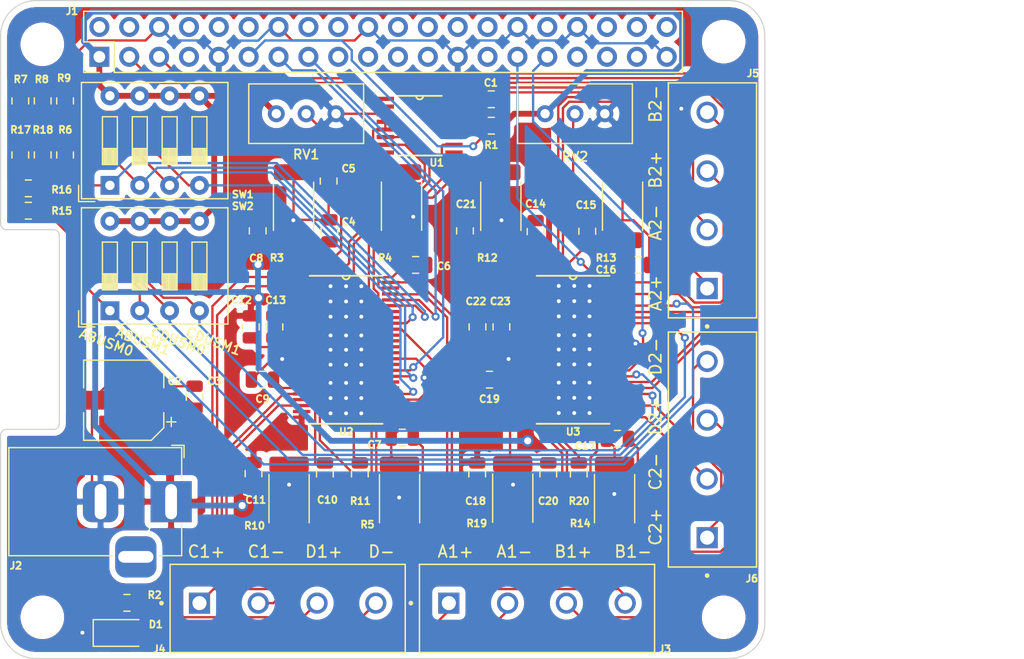
<source format=kicad_pcb>
(kicad_pcb (version 20171130) (host pcbnew "(5.1.6)-1")
  (title_block (title "Quad Stepper Motor Module") (date 2020-10-08) (rev A) (company "Aaron Jense"))
  (layers (0 F.Cu signal) (31 B.Cu signal) (34 B.Paste user) (35 F.Paste user) (36 B.SilkS user) (37 F.SilkS user) (38 B.Mask user) (39 F.Mask user) (44 Edge.Cuts user))
  (net 0 "")
  (net 1 GND)
  (net 2 +3V3)
  (net 3 "Net-(J1-Pad2)")
  (net 4 "Net-(J1-Pad4)")
  (net 5 "/GPIO2(SDA1)")
  (net 6 "/GPIO3(SCL1)")
  (net 7 +BATT)
  (net 8 "/Stepper Motors 1,2/AISEN")
  (net 9 "/Stepper Motors 1,2/ABVREF")
  (net 10 "/Stepper Motors 1,2/BISEN")
  (net 11 "/Stepper Motors 1,2/CISEN")
  (net 12 "/Stepper Motors 1,2/DISEN")
  (net 13 "Net-(C12-Pad2)")
  (net 14 "Net-(C13-Pad2)")
  (net 15 "Net-(C13-Pad1)")
  (net 16 "/Stepper Motors 3,4/AISEN")
  (net 17 "/Stepper Motors 3,4/ABVREF")
  (net 18 "/Stepper Motors 3,4/BISEN")
  (net 19 "/Stepper Motors 3,4/CISEN")
  (net 20 "/Stepper Motors 3,4/DISEN")
  (net 21 "Net-(C22-Pad2)")
  (net 22 "Net-(C23-Pad2)")
  (net 23 "Net-(C23-Pad1)")
  (net 24 "Net-(D1-Pad2)")
  (net 25 "Net-(J1-Pad40)")
  (net 26 "Net-(J1-Pad38)")
  (net 27 "Net-(J1-Pad37)")
  (net 28 "Net-(J1-Pad36)")
  (net 29 "Net-(J1-Pad35)")
  (net 30 "Net-(J1-Pad33)")
  (net 31 "Net-(J1-Pad32)")
  (net 32 "Net-(J1-Pad28)")
  (net 33 "Net-(J1-Pad27)")
  (net 34 "Net-(J1-Pad26)")
  (net 35 "Net-(J1-Pad24)")
  (net 36 "Net-(J1-Pad23)")
  (net 37 "Net-(J1-Pad22)")
  (net 38 "Net-(J1-Pad21)")
  (net 39 "Net-(J1-Pad19)")
  (net 40 /CDSTEP_M34)
  (net 41 /ABSTEP_M34)
  (net 42 /CDSTEP_M12)
  (net 43 /ABSTEP_M12)
  (net 44 "Net-(J1-Pad12)")
  (net 45 /GPIO17)
  (net 46 "Net-(J1-Pad10)")
  (net 47 "Net-(J1-Pad8)")
  (net 48 "Net-(J1-Pad7)")
  (net 49 "/Stepper Motors 1,2/BOUT2")
  (net 50 "/Stepper Motors 1,2/BOUT1")
  (net 51 "/Stepper Motors 1,2/AOUT2")
  (net 52 "/Stepper Motors 1,2/AOUT1")
  (net 53 "/Stepper Motors 1,2/DOUT2")
  (net 54 "/Stepper Motors 1,2/DOUT1")
  (net 55 "/Stepper Motors 1,2/COUT2")
  (net 56 "/Stepper Motors 1,2/COUT1")
  (net 57 "/Stepper Motors 3,4/BOUT2")
  (net 58 "/Stepper Motors 3,4/BOUT1")
  (net 59 "/Stepper Motors 3,4/AOUT2")
  (net 60 "/Stepper Motors 3,4/AOUT1")
  (net 61 "/Stepper Motors 3,4/DOUT2")
  (net 62 "/Stepper Motors 3,4/DOUT1")
  (net 63 "/Stepper Motors 3,4/COUT2")
  (net 64 "/Stepper Motors 3,4/COUT1")
  (net 65 "/Stepper Motors 1,2/ABUSM0")
  (net 66 "/Stepper Motors 1,2/ABUSM1")
  (net 67 "/Stepper Motors 1,2/CDUSM0")
  (net 68 "/Stepper Motors 1,2/CDUSM1")
  (net 69 "/Stepper Motors 1,2/ABRESETn")
  (net 70 "/Stepper Motors 3,4/ABUSM0")
  (net 71 "/Stepper Motors 3,4/ABUSM1")
  (net 72 "/Stepper Motors 3,4/CDUSM0")
  (net 73 "/Stepper Motors 3,4/CDUSM1")
  (net 74 "/Stepper Motors 3,4/ABRESETn")
  (net 75 "/Stepper Motors 1,2/ABENBLn")
  (net 76 "/Stepper Motors 1,2/ABDIR")
  (net 77 "/Stepper Motors 1,2/CDENBLn")
  (net 78 "/Stepper Motors 1,2/CDDIR")
  (net 79 "/Stepper Motors 3,4/ABENBLn")
  (net 80 "/Stepper Motors 3,4/ABDIR")
  (net 81 "/Stepper Motors 3,4/CDENBLn")
  (net 82 "/Stepper Motors 3,4/CDDIR")
  (net 83 "/Stepper Motors 1,2/ABDECAY")
  (net 84 "/Stepper Motors 3,4/ABDECAY")
  (net 85 "Net-(J1-Pad18)")
  (net 86 "Net-(J1-Pad16)")
  (net 87 "Net-(J1-Pad17)")
  (module raspi-quad-stepper-motor-module:Potentiometer_3296W_Vertical (layer F.Cu) (at 146.912 82.632 180)
    (fp_text reference RV2 (at -2.54 -3.66) (layer F.SilkS) (effects (font (size 0.8 0.8))))
    (fp_text value 10K)
    (pad 3 thru_hole circle (at -5.08 0 180) (size 1.44 1.44) (drill 0.8) (layers *.Cu *.Mask) (net 1 GND))
    (pad 2 thru_hole circle (at -2.54 0 180) (size 1.44 1.44) (drill 0.8) (layers *.Cu *.Mask) (net 17 "/Stepper Motors 3,4/ABVREF"))
    (pad 1 thru_hole circle (at 0 0 180) (size 1.44 1.44) (drill 0.8) (layers *.Cu *.Mask) (net 2 +3V3))
  )
  (module raspi-quad-stepper-motor-module:Potentiometer_3296W_Vertical (layer F.Cu) (at 124.052 82.632 180)
    (fp_text reference RV1 (at -2.54 -3.468) (layer F.SilkS) (effects (font (size 0.8 0.8))))
    (fp_text value 10K)
    (pad 3 thru_hole circle (at -5.08 0 180) (size 1.44 1.44) (drill 0.8) (layers *.Cu *.Mask) (net 1 GND))
    (pad 2 thru_hole circle (at -2.54 0 180) (size 1.44 1.44) (drill 0.8) (layers *.Cu *.Mask) (net 9 "/Stepper Motors 1,2/ABVREF"))
    (pad 1 thru_hole circle (at 0 0 180) (size 1.44 1.44) (drill 0.8) (layers *.Cu *.Mask) (net 2 +3V3))
  )
  (module raspi-quad-stepper-motor-module:SOP50P810X120-49N (layer F.Cu) (at 149.2914 102.7234)
    (fp_text reference U3 (at 0.0086 6.9766) (layer F.SilkS) (effects (font (size 0.6 0.6))))
    (fp_text value DRV8821DCAR)
    (pad 1 smd rect (at -3.7846 -5.7404) (size 1.4732 0.2794) (layers F.Cu F.Paste F.Mask) (net 7 +BATT))
    (pad 2 smd rect (at -3.7846 -5.2578) (size 1.4732 0.2794) (layers F.Cu F.Paste F.Mask) (net 7 +BATT))
    (pad 3 smd rect (at -3.7846 -4.7498) (size 1.4732 0.2794) (layers F.Cu F.Paste F.Mask) (net 59 "/Stepper Motors 3,4/AOUT2"))
    (pad 4 smd rect (at -3.7846 -4.2418) (size 1.4732 0.2794) (layers F.Cu F.Paste F.Mask) (net 16 "/Stepper Motors 3,4/AISEN"))
    (pad 5 smd rect (at -3.7846 -3.7592) (size 1.4732 0.2794) (layers F.Cu F.Paste F.Mask) (net 60 "/Stepper Motors 3,4/AOUT1"))
    (pad 6 smd rect (at -3.7846 -3.2512) (size 1.4732 0.2794) (layers F.Cu F.Paste F.Mask) (net 84 "/Stepper Motors 3,4/ABDECAY"))
    (pad 7 smd rect (at -3.7846 -2.7432) (size 1.4732 0.2794) (layers F.Cu F.Paste F.Mask) (net 23 "Net-(C23-Pad1)"))
    (pad 8 smd rect (at -3.7846 -2.2606) (size 1.4732 0.2794) (layers F.Cu F.Paste F.Mask) (net 22 "Net-(C23-Pad2)"))
    (pad 9 smd rect (at -3.7846 -1.7526) (size 1.4732 0.2794) (layers F.Cu F.Paste F.Mask) (net 21 "Net-(C22-Pad2)"))
    (pad 10 smd rect (at -3.7846 -1.2446) (size 1.4732 0.2794) (layers F.Cu F.Paste F.Mask) (net 1 GND))
    (pad 11 smd rect (at -3.7846 -0.762) (size 1.4732 0.2794) (layers F.Cu F.Paste F.Mask) (net 1 GND))
    (pad 12 smd rect (at -3.7846 -0.254) (size 1.4732 0.2794) (layers F.Cu F.Paste F.Mask) (net 1 GND))
    (pad 13 smd rect (at -3.7846 0.254) (size 1.4732 0.2794) (layers F.Cu F.Paste F.Mask) (net 1 GND))
    (pad 14 smd rect (at -3.7846 0.762) (size 1.4732 0.2794) (layers F.Cu F.Paste F.Mask) (net 1 GND))
    (pad 15 smd rect (at -3.7846 1.2446) (size 1.4732 0.2794) (layers F.Cu F.Paste F.Mask) (net 1 GND))
    (pad 16 smd rect (at -3.7846 1.7526) (size 1.4732 0.2794) (layers F.Cu F.Paste F.Mask) (net 84 "/Stepper Motors 3,4/ABDECAY"))
    (pad 17 smd rect (at -3.7846 2.2606) (size 1.4732 0.2794) (layers F.Cu F.Paste F.Mask) (net 17 "/Stepper Motors 3,4/ABVREF"))
    (pad 18 smd rect (at -3.7846 2.7432) (size 1.4732 0.2794) (layers F.Cu F.Paste F.Mask) (net 17 "/Stepper Motors 3,4/ABVREF"))
    (pad 19 smd rect (at -3.7846 3.2512) (size 1.4732 0.2794) (layers F.Cu F.Paste F.Mask) (net 84 "/Stepper Motors 3,4/ABDECAY"))
    (pad 20 smd rect (at -3.7846 3.7592) (size 1.4732 0.2794) (layers F.Cu F.Paste F.Mask) (net 61 "/Stepper Motors 3,4/DOUT2"))
    (pad 21 smd rect (at -3.7846 4.2418) (size 1.4732 0.2794) (layers F.Cu F.Paste F.Mask) (net 20 "/Stepper Motors 3,4/DISEN"))
    (pad 22 smd rect (at -3.7846 4.7498) (size 1.4732 0.2794) (layers F.Cu F.Paste F.Mask) (net 62 "/Stepper Motors 3,4/DOUT1"))
    (pad 23 smd rect (at -3.7846 5.2578) (size 1.4732 0.2794) (layers F.Cu F.Paste F.Mask) (net 7 +BATT))
    (pad 24 smd rect (at -3.7846 5.7404) (size 1.4732 0.2794) (layers F.Cu F.Paste F.Mask) (net 7 +BATT))
    (pad 25 smd rect (at 3.7846 5.7404) (size 1.4732 0.2794) (layers F.Cu F.Paste F.Mask) (net 63 "/Stepper Motors 3,4/COUT2"))
    (pad 26 smd rect (at 3.7846 5.2578) (size 1.4732 0.2794) (layers F.Cu F.Paste F.Mask) (net 19 "/Stepper Motors 3,4/CISEN"))
    (pad 27 smd rect (at 3.7846 4.7498) (size 1.4732 0.2794) (layers F.Cu F.Paste F.Mask) (net 64 "/Stepper Motors 3,4/COUT1"))
    (pad 28 smd rect (at 3.7846 4.2418) (size 1.4732 0.2794) (layers F.Cu F.Paste F.Mask) (net 74 "/Stepper Motors 3,4/ABRESETn"))
    (pad 29 smd rect (at 3.7846 3.7592) (size 1.4732 0.2794) (layers F.Cu F.Paste F.Mask) (net 73 "/Stepper Motors 3,4/CDUSM1"))
    (pad 30 smd rect (at 3.7846 3.2512) (size 1.4732 0.2794) (layers F.Cu F.Paste F.Mask) (net 81 "/Stepper Motors 3,4/CDENBLn"))
    (pad 31 smd rect (at 3.7846 2.7432) (size 1.4732 0.2794) (layers F.Cu F.Paste F.Mask) (net 82 "/Stepper Motors 3,4/CDDIR"))
    (pad 32 smd rect (at 3.7846 2.2606) (size 1.4732 0.2794) (layers F.Cu F.Paste F.Mask) (net 72 "/Stepper Motors 3,4/CDUSM0"))
    (pad 33 smd rect (at 3.7846 1.7526) (size 1.4732 0.2794) (layers F.Cu F.Paste F.Mask) (net 40 /CDSTEP_M34))
    (pad 34 smd rect (at 3.7846 1.2446) (size 1.4732 0.2794) (layers F.Cu F.Paste F.Mask) (net 1 GND))
    (pad 35 smd rect (at 3.7846 0.762) (size 1.4732 0.2794) (layers F.Cu F.Paste F.Mask) (net 1 GND))
    (pad 36 smd rect (at 3.7846 0.254) (size 1.4732 0.2794) (layers F.Cu F.Paste F.Mask) (net 1 GND))
    (pad 37 smd rect (at 3.7846 -0.254) (size 1.4732 0.2794) (layers F.Cu F.Paste F.Mask) (net 1 GND))
    (pad 38 smd rect (at 3.7846 -0.762) (size 1.4732 0.2794) (layers F.Cu F.Paste F.Mask) (net 1 GND))
    (pad 39 smd rect (at 3.7846 -1.2446) (size 1.4732 0.2794) (layers F.Cu F.Paste F.Mask) (net 1 GND))
    (pad 40 smd rect (at 3.7846 -1.7526) (size 1.4732 0.2794) (layers F.Cu F.Paste F.Mask) (net 74 "/Stepper Motors 3,4/ABRESETn"))
    (pad 41 smd rect (at 3.7846 -2.2606) (size 1.4732 0.2794) (layers F.Cu F.Paste F.Mask) (net 71 "/Stepper Motors 3,4/ABUSM1"))
    (pad 42 smd rect (at 3.7846 -2.7432) (size 1.4732 0.2794) (layers F.Cu F.Paste F.Mask) (net 79 "/Stepper Motors 3,4/ABENBLn"))
    (pad 43 smd rect (at 3.7846 -3.2512) (size 1.4732 0.2794) (layers F.Cu F.Paste F.Mask) (net 80 "/Stepper Motors 3,4/ABDIR"))
    (pad 44 smd rect (at 3.7846 -3.7592) (size 1.4732 0.2794) (layers F.Cu F.Paste F.Mask) (net 70 "/Stepper Motors 3,4/ABUSM0"))
    (pad 45 smd rect (at 3.7846 -4.2418) (size 1.4732 0.2794) (layers F.Cu F.Paste F.Mask) (net 41 /ABSTEP_M34))
    (pad 46 smd rect (at 3.7846 -4.7498) (size 1.4732 0.2794) (layers F.Cu F.Paste F.Mask) (net 57 "/Stepper Motors 3,4/BOUT2"))
    (pad 47 smd rect (at 3.7846 -5.2578) (size 1.4732 0.2794) (layers F.Cu F.Paste F.Mask) (net 18 "/Stepper Motors 3,4/BISEN"))
    (pad 48 smd rect (at 3.7846 -5.7404) (size 1.4732 0.2794) (layers F.Cu F.Paste F.Mask) (net 58 "/Stepper Motors 3,4/BOUT1"))
    (pad 49 smd rect (at 0 0) (size 3.6576 3.7084) (layers F.Cu F.Paste F.Mask) (net 1 GND))
  )
  (module raspi-quad-stepper-motor-module:SOP50P810X120-49N (layer F.Cu) (at 129.9874 102.7234)
    (fp_text reference U2 (at 0.0126 6.9766) (layer F.SilkS) (effects (font (size 0.6 0.6))))
    (fp_text value DRV8821DCAR)
    (pad 1 smd rect (at -3.7846 -5.7404) (size 1.4732 0.2794) (layers F.Cu F.Paste F.Mask) (net 7 +BATT))
    (pad 2 smd rect (at -3.7846 -5.2578) (size 1.4732 0.2794) (layers F.Cu F.Paste F.Mask) (net 7 +BATT))
    (pad 3 smd rect (at -3.7846 -4.7498) (size 1.4732 0.2794) (layers F.Cu F.Paste F.Mask) (net 51 "/Stepper Motors 1,2/AOUT2"))
    (pad 4 smd rect (at -3.7846 -4.2418) (size 1.4732 0.2794) (layers F.Cu F.Paste F.Mask) (net 8 "/Stepper Motors 1,2/AISEN"))
    (pad 5 smd rect (at -3.7846 -3.7592) (size 1.4732 0.2794) (layers F.Cu F.Paste F.Mask) (net 52 "/Stepper Motors 1,2/AOUT1"))
    (pad 6 smd rect (at -3.7846 -3.2512) (size 1.4732 0.2794) (layers F.Cu F.Paste F.Mask) (net 83 "/Stepper Motors 1,2/ABDECAY"))
    (pad 7 smd rect (at -3.7846 -2.7432) (size 1.4732 0.2794) (layers F.Cu F.Paste F.Mask) (net 15 "Net-(C13-Pad1)"))
    (pad 8 smd rect (at -3.7846 -2.2606) (size 1.4732 0.2794) (layers F.Cu F.Paste F.Mask) (net 14 "Net-(C13-Pad2)"))
    (pad 9 smd rect (at -3.7846 -1.7526) (size 1.4732 0.2794) (layers F.Cu F.Paste F.Mask) (net 13 "Net-(C12-Pad2)"))
    (pad 10 smd rect (at -3.7846 -1.2446) (size 1.4732 0.2794) (layers F.Cu F.Paste F.Mask) (net 1 GND))
    (pad 11 smd rect (at -3.7846 -0.762) (size 1.4732 0.2794) (layers F.Cu F.Paste F.Mask) (net 1 GND))
    (pad 12 smd rect (at -3.7846 -0.254) (size 1.4732 0.2794) (layers F.Cu F.Paste F.Mask) (net 1 GND))
    (pad 13 smd rect (at -3.7846 0.254) (size 1.4732 0.2794) (layers F.Cu F.Paste F.Mask) (net 1 GND))
    (pad 14 smd rect (at -3.7846 0.762) (size 1.4732 0.2794) (layers F.Cu F.Paste F.Mask) (net 1 GND))
    (pad 15 smd rect (at -3.7846 1.2446) (size 1.4732 0.2794) (layers F.Cu F.Paste F.Mask) (net 1 GND))
    (pad 16 smd rect (at -3.7846 1.7526) (size 1.4732 0.2794) (layers F.Cu F.Paste F.Mask) (net 83 "/Stepper Motors 1,2/ABDECAY"))
    (pad 17 smd rect (at -3.7846 2.2606) (size 1.4732 0.2794) (layers F.Cu F.Paste F.Mask) (net 9 "/Stepper Motors 1,2/ABVREF"))
    (pad 18 smd rect (at -3.7846 2.7432) (size 1.4732 0.2794) (layers F.Cu F.Paste F.Mask) (net 9 "/Stepper Motors 1,2/ABVREF"))
    (pad 19 smd rect (at -3.7846 3.2512) (size 1.4732 0.2794) (layers F.Cu F.Paste F.Mask) (net 83 "/Stepper Motors 1,2/ABDECAY"))
    (pad 20 smd rect (at -3.7846 3.7592) (size 1.4732 0.2794) (layers F.Cu F.Paste F.Mask) (net 53 "/Stepper Motors 1,2/DOUT2"))
    (pad 21 smd rect (at -3.7846 4.2418) (size 1.4732 0.2794) (layers F.Cu F.Paste F.Mask) (net 12 "/Stepper Motors 1,2/DISEN"))
    (pad 22 smd rect (at -3.7846 4.7498) (size 1.4732 0.2794) (layers F.Cu F.Paste F.Mask) (net 54 "/Stepper Motors 1,2/DOUT1"))
    (pad 23 smd rect (at -3.7846 5.2578) (size 1.4732 0.2794) (layers F.Cu F.Paste F.Mask) (net 7 +BATT))
    (pad 24 smd rect (at -3.7846 5.7404) (size 1.4732 0.2794) (layers F.Cu F.Paste F.Mask) (net 7 +BATT))
    (pad 25 smd rect (at 3.7846 5.7404) (size 1.4732 0.2794) (layers F.Cu F.Paste F.Mask) (net 55 "/Stepper Motors 1,2/COUT2"))
    (pad 26 smd rect (at 3.7846 5.2578) (size 1.4732 0.2794) (layers F.Cu F.Paste F.Mask) (net 11 "/Stepper Motors 1,2/CISEN"))
    (pad 27 smd rect (at 3.7846 4.7498) (size 1.4732 0.2794) (layers F.Cu F.Paste F.Mask) (net 56 "/Stepper Motors 1,2/COUT1"))
    (pad 28 smd rect (at 3.7846 4.2418) (size 1.4732 0.2794) (layers F.Cu F.Paste F.Mask) (net 69 "/Stepper Motors 1,2/ABRESETn"))
    (pad 29 smd rect (at 3.7846 3.7592) (size 1.4732 0.2794) (layers F.Cu F.Paste F.Mask) (net 68 "/Stepper Motors 1,2/CDUSM1"))
    (pad 30 smd rect (at 3.7846 3.2512) (size 1.4732 0.2794) (layers F.Cu F.Paste F.Mask) (net 77 "/Stepper Motors 1,2/CDENBLn"))
    (pad 31 smd rect (at 3.7846 2.7432) (size 1.4732 0.2794) (layers F.Cu F.Paste F.Mask) (net 78 "/Stepper Motors 1,2/CDDIR"))
    (pad 32 smd rect (at 3.7846 2.2606) (size 1.4732 0.2794) (layers F.Cu F.Paste F.Mask) (net 67 "/Stepper Motors 1,2/CDUSM0"))
    (pad 33 smd rect (at 3.7846 1.7526) (size 1.4732 0.2794) (layers F.Cu F.Paste F.Mask) (net 42 /CDSTEP_M12))
    (pad 34 smd rect (at 3.7846 1.2446) (size 1.4732 0.2794) (layers F.Cu F.Paste F.Mask) (net 1 GND))
    (pad 35 smd rect (at 3.7846 0.762) (size 1.4732 0.2794) (layers F.Cu F.Paste F.Mask) (net 1 GND))
    (pad 36 smd rect (at 3.7846 0.254) (size 1.4732 0.2794) (layers F.Cu F.Paste F.Mask) (net 1 GND))
    (pad 37 smd rect (at 3.7846 -0.254) (size 1.4732 0.2794) (layers F.Cu F.Paste F.Mask) (net 1 GND))
    (pad 38 smd rect (at 3.7846 -0.762) (size 1.4732 0.2794) (layers F.Cu F.Paste F.Mask) (net 1 GND))
    (pad 39 smd rect (at 3.7846 -1.2446) (size 1.4732 0.2794) (layers F.Cu F.Paste F.Mask) (net 1 GND))
    (pad 40 smd rect (at 3.7846 -1.7526) (size 1.4732 0.2794) (layers F.Cu F.Paste F.Mask) (net 69 "/Stepper Motors 1,2/ABRESETn"))
    (pad 41 smd rect (at 3.7846 -2.2606) (size 1.4732 0.2794) (layers F.Cu F.Paste F.Mask) (net 66 "/Stepper Motors 1,2/ABUSM1"))
    (pad 42 smd rect (at 3.7846 -2.7432) (size 1.4732 0.2794) (layers F.Cu F.Paste F.Mask) (net 75 "/Stepper Motors 1,2/ABENBLn"))
    (pad 43 smd rect (at 3.7846 -3.2512) (size 1.4732 0.2794) (layers F.Cu F.Paste F.Mask) (net 76 "/Stepper Motors 1,2/ABDIR"))
    (pad 44 smd rect (at 3.7846 -3.7592) (size 1.4732 0.2794) (layers F.Cu F.Paste F.Mask) (net 65 "/Stepper Motors 1,2/ABUSM0"))
    (pad 45 smd rect (at 3.7846 -4.2418) (size 1.4732 0.2794) (layers F.Cu F.Paste F.Mask) (net 43 /ABSTEP_M12))
    (pad 46 smd rect (at 3.7846 -4.7498) (size 1.4732 0.2794) (layers F.Cu F.Paste F.Mask) (net 49 "/Stepper Motors 1,2/BOUT2"))
    (pad 47 smd rect (at 3.7846 -5.2578) (size 1.4732 0.2794) (layers F.Cu F.Paste F.Mask) (net 10 "/Stepper Motors 1,2/BISEN"))
    (pad 48 smd rect (at 3.7846 -5.7404) (size 1.4732 0.2794) (layers F.Cu F.Paste F.Mask) (net 50 "/Stepper Motors 1,2/BOUT1"))
    (pad 49 smd rect (at 0 0) (size 3.6576 3.7084) (layers F.Cu F.Paste F.Mask) (net 1 GND))
  )
  (module raspi-quad-stepper-motor-module:SOP65P640X110-16N (layer F.Cu) (at 136.244 83.648)
    (fp_text reference U1 (at 1.456 3.152) (layer F.SilkS) (effects (font (size 0.6 0.6))))
    (fp_text value PCA9557PW,118)
    (fp_text user * (at -3.7592 -2.4892) (layer F.SilkS) (effects (font (thickness 0.015))))
    (fp_text user * (at -3.7592 -2.4892) (layer F.SilkS) (effects (font (thickness 0.015))))
    (pad 1 smd rect (at -2.921 -2.286) (size 1.4732 0.3556) (layers F.Cu F.Paste F.Mask) (net 6 "/GPIO3(SCL1)"))
    (pad 2 smd rect (at -2.921 -1.6256) (size 1.4732 0.3556) (layers F.Cu F.Paste F.Mask) (net 5 "/GPIO2(SDA1)"))
    (pad 3 smd rect (at -2.921 -0.9652) (size 1.4732 0.3556) (layers F.Cu F.Paste F.Mask) (net 1 GND))
    (pad 4 smd rect (at -2.921 -0.3302) (size 1.4732 0.3556) (layers F.Cu F.Paste F.Mask) (net 1 GND))
    (pad 5 smd rect (at -2.921 0.3302) (size 1.4732 0.3556) (layers F.Cu F.Paste F.Mask) (net 1 GND))
    (pad 6 smd rect (at -2.921 0.9652) (size 1.4732 0.3556) (layers F.Cu F.Paste F.Mask) (net 78 "/Stepper Motors 1,2/CDDIR"))
    (pad 7 smd rect (at -2.921 1.6256) (size 1.4732 0.3556) (layers F.Cu F.Paste F.Mask) (net 77 "/Stepper Motors 1,2/CDENBLn"))
    (pad 8 smd rect (at -2.921 2.286) (size 1.4732 0.3556) (layers F.Cu F.Paste F.Mask) (net 1 GND))
    (pad 9 smd rect (at 2.921 2.286) (size 1.4732 0.3556) (layers F.Cu F.Paste F.Mask) (net 76 "/Stepper Motors 1,2/ABDIR"))
    (pad 10 smd rect (at 2.921 1.6256) (size 1.4732 0.3556) (layers F.Cu F.Paste F.Mask) (net 75 "/Stepper Motors 1,2/ABENBLn"))
    (pad 11 smd rect (at 2.921 0.9652) (size 1.4732 0.3556) (layers F.Cu F.Paste F.Mask) (net 81 "/Stepper Motors 3,4/CDENBLn"))
    (pad 12 smd rect (at 2.921 0.3302) (size 1.4732 0.3556) (layers F.Cu F.Paste F.Mask) (net 82 "/Stepper Motors 3,4/CDDIR"))
    (pad 13 smd rect (at 2.921 -0.3302) (size 1.4732 0.3556) (layers F.Cu F.Paste F.Mask) (net 79 "/Stepper Motors 3,4/ABENBLn"))
    (pad 14 smd rect (at 2.921 -0.9652) (size 1.4732 0.3556) (layers F.Cu F.Paste F.Mask) (net 80 "/Stepper Motors 3,4/ABDIR"))
    (pad 15 smd rect (at 2.921 -1.6256) (size 1.4732 0.3556) (layers F.Cu F.Paste F.Mask) (net 45 /GPIO17))
    (pad 16 smd rect (at 2.921 -2.286) (size 1.4732 0.3556) (layers F.Cu F.Paste F.Mask) (net 2 +3V3))
  )
  (module raspi-quad-stepper-motor-module:SW_DIP_SPSTx04_Slide_9.78x12.34mm_W7.62mm_P2.54mm (layer F.Cu) (at 109.896 99.396 90)
    (fp_text reference SW2 (at 8.896 11.304 180) (layer F.SilkS) (effects (font (size 0.6 0.6))))
    (fp_text value SW_DIP_x04)
    (pad 8 thru_hole oval (at 7.62 0 90) (size 1.6 1.6) (drill 0.8) (layers *.Cu *.Mask) (net 2 +3V3))
    (pad 4 thru_hole oval (at 0 7.62 90) (size 1.6 1.6) (drill 0.8) (layers *.Cu *.Mask) (net 73 "/Stepper Motors 3,4/CDUSM1"))
    (pad 7 thru_hole oval (at 7.62 2.54 90) (size 1.6 1.6) (drill 0.8) (layers *.Cu *.Mask) (net 2 +3V3))
    (pad 3 thru_hole oval (at 0 5.08 90) (size 1.6 1.6) (drill 0.8) (layers *.Cu *.Mask) (net 72 "/Stepper Motors 3,4/CDUSM0"))
    (pad 6 thru_hole oval (at 7.62 5.08 90) (size 1.6 1.6) (drill 0.8) (layers *.Cu *.Mask) (net 2 +3V3))
    (pad 2 thru_hole oval (at 0 2.54 90) (size 1.6 1.6) (drill 0.8) (layers *.Cu *.Mask) (net 71 "/Stepper Motors 3,4/ABUSM1"))
    (pad 5 thru_hole oval (at 7.62 7.62 90) (size 1.6 1.6) (drill 0.8) (layers *.Cu *.Mask) (net 2 +3V3))
    (pad 1 thru_hole rect (at 0 0 90) (size 1.6 1.6) (drill 0.8) (layers *.Cu *.Mask) (net 70 "/Stepper Motors 3,4/ABUSM0"))
  )
  (module raspi-quad-stepper-motor-module:SW_DIP_SPSTx04_Slide_9.78x12.34mm_W7.62mm_P2.54mm (layer F.Cu) (at 109.896 88.728 90)
    (fp_text reference SW1 (at -0.772 11.304) (layer F.SilkS) (effects (font (size 0.6 0.6))))
    (fp_text value SW_DIP_x04)
    (pad 8 thru_hole oval (at 7.62 0 90) (size 1.6 1.6) (drill 0.8) (layers *.Cu *.Mask) (net 2 +3V3))
    (pad 4 thru_hole oval (at 0 7.62 90) (size 1.6 1.6) (drill 0.8) (layers *.Cu *.Mask) (net 68 "/Stepper Motors 1,2/CDUSM1"))
    (pad 7 thru_hole oval (at 7.62 2.54 90) (size 1.6 1.6) (drill 0.8) (layers *.Cu *.Mask) (net 2 +3V3))
    (pad 3 thru_hole oval (at 0 5.08 90) (size 1.6 1.6) (drill 0.8) (layers *.Cu *.Mask) (net 67 "/Stepper Motors 1,2/CDUSM0"))
    (pad 6 thru_hole oval (at 7.62 5.08 90) (size 1.6 1.6) (drill 0.8) (layers *.Cu *.Mask) (net 2 +3V3))
    (pad 2 thru_hole oval (at 0 2.54 90) (size 1.6 1.6) (drill 0.8) (layers *.Cu *.Mask) (net 66 "/Stepper Motors 1,2/ABUSM1"))
    (pad 5 thru_hole oval (at 7.62 7.62 90) (size 1.6 1.6) (drill 0.8) (layers *.Cu *.Mask) (net 2 +3V3))
    (pad 1 thru_hole rect (at 0 0 90) (size 1.6 1.6) (drill 0.8) (layers *.Cu *.Mask) (net 65 "/Stepper Motors 1,2/ABUSM0"))
  )
  (module raspi-quad-stepper-motor-module:R_0805_2012Metric (layer F.Cu) (at 149.774 113.2921 90)
    (fp_text reference R20 (at -2.3079 0.026 180) (layer F.SilkS) (effects (font (size 0.6 0.6))))
    (fp_text value 10K)
    (pad 2 smd roundrect (at 0.9375 0 90) (size 0.975 1.4) (layers F.Cu F.Paste F.Mask) (net 84 "/Stepper Motors 3,4/ABDECAY"))
    (pad 1 smd roundrect (at -0.9375 0 90) (size 0.975 1.4) (layers F.Cu F.Paste F.Mask) (net 74 "/Stepper Motors 3,4/ABRESETn"))
  )
  (module raspi-quad-stepper-motor-module:R_0805_2012Metric (layer F.Cu) (at 104.181 86.1395 270)
    (fp_text reference R18 (at -2.1395 -0.019 180) (layer F.SilkS) (effects (font (size 0.6 0.6))))
    (fp_text value 10K)
    (pad 2 smd roundrect (at 0.9375 0 270) (size 0.975 1.4) (layers F.Cu F.Paste F.Mask) (net 73 "/Stepper Motors 3,4/CDUSM1"))
    (pad 1 smd roundrect (at -0.9375 0 270) (size 0.975 1.4) (layers F.Cu F.Paste F.Mask) (net 1 GND))
  )
  (module raspi-quad-stepper-motor-module:R_0805_2012Metric (layer F.Cu) (at 102.276 86.1395 270)
    (fp_text reference R17 (at -2.1395 -0.024 180) (layer F.SilkS) (effects (font (size 0.6 0.6))))
    (fp_text value 10K)
    (pad 2 smd roundrect (at 0.9375 0 270) (size 0.975 1.4) (layers F.Cu F.Paste F.Mask) (net 72 "/Stepper Motors 3,4/CDUSM0"))
    (pad 1 smd roundrect (at -0.9375 0 270) (size 0.975 1.4) (layers F.Cu F.Paste F.Mask) (net 1 GND))
  )
  (module raspi-quad-stepper-motor-module:R_0805_2012Metric (layer F.Cu) (at 102.9595 88.982)
    (fp_text reference R16 (at 2.8405 0.118) (layer F.SilkS) (effects (font (size 0.6 0.6))))
    (fp_text value 10K)
    (pad 2 smd roundrect (at 0.9375 0) (size 0.975 1.4) (layers F.Cu F.Paste F.Mask) (net 71 "/Stepper Motors 3,4/ABUSM1"))
    (pad 1 smd roundrect (at -0.9375 0) (size 0.975 1.4) (layers F.Cu F.Paste F.Mask) (net 1 GND))
  )
  (module raspi-quad-stepper-motor-module:R_0805_2012Metric (layer F.Cu) (at 102.9595 90.887)
    (fp_text reference R15 (at 2.8405 0.013) (layer F.SilkS) (effects (font (size 0.6 0.6))))
    (fp_text value 10K)
    (pad 2 smd roundrect (at 0.9375 0) (size 0.975 1.4) (layers F.Cu F.Paste F.Mask) (net 70 "/Stepper Motors 3,4/ABUSM0"))
    (pad 1 smd roundrect (at -0.9375 0) (size 0.975 1.4) (layers F.Cu F.Paste F.Mask) (net 1 GND))
  )
  (module raspi-quad-stepper-motor-module:R_0805_2012Metric (layer F.Cu) (at 131.1558 113.2875 270)
    (fp_text reference R11 (at 2.3125 -0.0442 180) (layer F.SilkS) (effects (font (size 0.6 0.6))))
    (fp_text value 10K)
    (pad 2 smd roundrect (at 0.9375 0 270) (size 0.975 1.4) (layers F.Cu F.Paste F.Mask) (net 83 "/Stepper Motors 1,2/ABDECAY"))
    (pad 1 smd roundrect (at -0.9375 0 270) (size 0.975 1.4) (layers F.Cu F.Paste F.Mask) (net 69 "/Stepper Motors 1,2/ABRESETn"))
  )
  (module raspi-quad-stepper-motor-module:R_0805_2012Metric (layer F.Cu) (at 106.086 81.5375 270)
    (fp_text reference R9 (at -1.9375 0.086 180) (layer F.SilkS) (effects (font (size 0.6 0.6))))
    (fp_text value 10K)
    (pad 2 smd roundrect (at 0.9375 0 270) (size 0.975 1.4) (layers F.Cu F.Paste F.Mask) (net 68 "/Stepper Motors 1,2/CDUSM1"))
    (pad 1 smd roundrect (at -0.9375 0 270) (size 0.975 1.4) (layers F.Cu F.Paste F.Mask) (net 1 GND))
  )
  (module raspi-quad-stepper-motor-module:R_0805_2012Metric (layer F.Cu) (at 104.181 81.5375 270)
    (fp_text reference R8 (at -1.8375 0.081 180) (layer F.SilkS) (effects (font (size 0.6 0.6))))
    (fp_text value 10K)
    (pad 2 smd roundrect (at 0.9375 0 270) (size 0.975 1.4) (layers F.Cu F.Paste F.Mask) (net 67 "/Stepper Motors 1,2/CDUSM0"))
    (pad 1 smd roundrect (at -0.9375 0 270) (size 0.975 1.4) (layers F.Cu F.Paste F.Mask) (net 1 GND))
  )
  (module raspi-quad-stepper-motor-module:R_0805_2012Metric (layer F.Cu) (at 102.276 81.5375 270)
    (fp_text reference R7 (at -1.8375 -0.024 180) (layer F.SilkS) (effects (font (size 0.6 0.6))))
    (fp_text value 10K)
    (pad 2 smd roundrect (at 0.9375 0 270) (size 0.975 1.4) (layers F.Cu F.Paste F.Mask) (net 66 "/Stepper Motors 1,2/ABUSM1"))
    (pad 1 smd roundrect (at -0.9375 0 270) (size 0.975 1.4) (layers F.Cu F.Paste F.Mask) (net 1 GND))
  )
  (module raspi-quad-stepper-motor-module:R_0805_2012Metric (layer F.Cu) (at 106.086 86.1395 270)
    (fp_text reference R6 (at -2.1395 -0.014 180) (layer F.SilkS) (effects (font (size 0.6 0.6))))
    (fp_text value 10K)
    (pad 2 smd roundrect (at 0.9375 0 270) (size 0.975 1.4) (layers F.Cu F.Paste F.Mask) (net 65 "/Stepper Motors 1,2/ABUSM0"))
    (pad 1 smd roundrect (at -0.9375 0 270) (size 0.975 1.4) (layers F.Cu F.Paste F.Mask) (net 1 GND))
  )
  (module raspi-quad-stepper-motor-module:R_0805_2012Metric (layer F.Cu) (at 111.3461 124.2626 180)
    (fp_text reference R2 (at -2.3539 0.6626) (layer F.SilkS) (effects (font (size 0.6 0.6))))
    (fp_text value R_2.2K)
    (pad 2 smd roundrect (at 0.9375 0 180) (size 0.975 1.4) (layers F.Cu F.Paste F.Mask) (net 7 +BATT))
    (pad 1 smd roundrect (at -0.9375 0 180) (size 0.975 1.4) (layers F.Cu F.Paste F.Mask) (net 24 "Net-(D1-Pad2)"))
  )
  (module raspi-quad-stepper-motor-module:R_0805_2012Metric (layer F.Cu) (at 142.34 83.648 180)
    (fp_text reference R1 (at 0 -1.65) (layer F.SilkS) (effects (font (size 0.6 0.6))))
    (fp_text value 10K)
    (pad 2 smd roundrect (at 0.9375 0 180) (size 0.975 1.4) (layers F.Cu F.Paste F.Mask) (net 45 /GPIO17))
    (pad 1 smd roundrect (at -0.9375 0 180) (size 0.975 1.4) (layers F.Cu F.Paste F.Mask) (net 2 +3V3))
  )
  (module raspi-quad-stepper-motor-module:TE_1776266-4 (layer F.Cu) (at 160.696 118.714 90)
    (fp_text reference J6 (at -3.486 3.804 180) (layer F.SilkS) (effects (font (size 0.6 0.6))))
    (fp_text value 1776266-4)
    (pad 4 thru_hole circle (at 15 0 90) (size 1.8 1.8) (drill 1.2) (layers *.Cu *.Mask) (net 61 "/Stepper Motors 3,4/DOUT2"))
    (pad 3 thru_hole circle (at 10 0 90) (size 1.8 1.8) (drill 1.2) (layers *.Cu *.Mask) (net 62 "/Stepper Motors 3,4/DOUT1"))
    (pad 2 thru_hole circle (at 5 0 90) (size 1.8 1.8) (drill 1.2) (layers *.Cu *.Mask) (net 63 "/Stepper Motors 3,4/COUT2"))
    (pad 1 thru_hole rect (at 0 0 90) (size 1.8 1.8) (drill 1.2) (layers *.Cu *.Mask) (net 64 "/Stepper Motors 3,4/COUT1"))
  )
  (module raspi-quad-stepper-motor-module:TE_1776266-4 (layer F.Cu) (at 160.696 97.505 90)
    (fp_text reference J5 (at 18.305 3.904 180) (layer F.SilkS) (effects (font (size 0.6 0.6))))
    (fp_text value 1776266-4)
    (pad 4 thru_hole circle (at 15 0 90) (size 1.8 1.8) (drill 1.2) (layers *.Cu *.Mask) (net 57 "/Stepper Motors 3,4/BOUT2"))
    (pad 3 thru_hole circle (at 10 0 90) (size 1.8 1.8) (drill 1.2) (layers *.Cu *.Mask) (net 58 "/Stepper Motors 3,4/BOUT1"))
    (pad 2 thru_hole circle (at 5 0 90) (size 1.8 1.8) (drill 1.2) (layers *.Cu *.Mask) (net 59 "/Stepper Motors 3,4/AOUT2"))
    (pad 1 thru_hole rect (at 0 0 90) (size 1.8 1.8) (drill 1.2) (layers *.Cu *.Mask) (net 60 "/Stepper Motors 3,4/AOUT1"))
  )
  (module raspi-quad-stepper-motor-module:TE_1776266-4 (layer F.Cu) (at 117.516 124.288)
    (fp_text reference J4 (at -3.416 3.912) (layer F.SilkS) (effects (font (size 0.6 0.6))))
    (fp_text value 1776266-4)
    (pad 4 thru_hole circle (at 15 0) (size 1.8 1.8) (drill 1.2) (layers *.Cu *.Mask) (net 53 "/Stepper Motors 1,2/DOUT2"))
    (pad 3 thru_hole circle (at 10 0) (size 1.8 1.8) (drill 1.2) (layers *.Cu *.Mask) (net 54 "/Stepper Motors 1,2/DOUT1"))
    (pad 2 thru_hole circle (at 5 0) (size 1.8 1.8) (drill 1.2) (layers *.Cu *.Mask) (net 55 "/Stepper Motors 1,2/COUT2"))
    (pad 1 thru_hole rect (at 0 0) (size 1.8 1.8) (drill 1.2) (layers *.Cu *.Mask) (net 56 "/Stepper Motors 1,2/COUT1"))
  )
  (module raspi-quad-stepper-motor-module:TE_1776266-4 (layer F.Cu) (at 138.725 124.288)
    (fp_text reference J3 (at 18.375 3.912) (layer F.SilkS) (effects (font (size 0.6 0.6))))
    (fp_text value 1776266-4)
    (pad 4 thru_hole circle (at 15 0) (size 1.8 1.8) (drill 1.2) (layers *.Cu *.Mask) (net 49 "/Stepper Motors 1,2/BOUT2"))
    (pad 3 thru_hole circle (at 10 0) (size 1.8 1.8) (drill 1.2) (layers *.Cu *.Mask) (net 50 "/Stepper Motors 1,2/BOUT1"))
    (pad 2 thru_hole circle (at 5 0) (size 1.8 1.8) (drill 1.2) (layers *.Cu *.Mask) (net 51 "/Stepper Motors 1,2/AOUT2"))
    (pad 1 thru_hole rect (at 0 0) (size 1.8 1.8) (drill 1.2) (layers *.Cu *.Mask) (net 52 "/Stepper Motors 1,2/AOUT1"))
  )
  (module raspi-quad-stepper-motor-module:BarrelJack_Horizontal (layer F.Cu) (at 115.103 115.652)
    (fp_text reference J2 (at -13.203 5.448) (layer F.SilkS) (effects (font (size 0.6 0.6))))
    (fp_text value Barrel_Jack)
    (pad 3 thru_hole roundrect (at -3 4.7) (size 3.5 3.5) (drill oval 3 1) (layers *.Cu *.Mask))
    (pad 2 thru_hole roundrect (at -6 0) (size 3 3.5) (drill oval 1 3) (layers *.Cu *.Mask) (net 1 GND))
    (pad 1 thru_hole rect (at 0 0) (size 3.5 3.5) (drill oval 1 3) (layers *.Cu *.Mask) (net 7 +BATT))
  )
  (module raspi-quad-stepper-motor-module:PinHeader_2x20_P2.54mm_Vertical (layer F.Cu) (at 109 77.7848 90)
    (fp_text reference J1 (at 3.8848 -2.33 180) (layer F.SilkS) (effects (font (size 0.6 0.6))))
    (fp_text value Raspberry_Pi_Header)
    (pad 40 thru_hole oval (at 2.54 48.26 90) (size 1.7 1.7) (drill 1) (layers *.Cu *.Mask) (net 25 "Net-(J1-Pad40)"))
    (pad 39 thru_hole oval (at 0 48.26 90) (size 1.7 1.7) (drill 1) (layers *.Cu *.Mask) (net 1 GND))
    (pad 38 thru_hole oval (at 2.54 45.72 90) (size 1.7 1.7) (drill 1) (layers *.Cu *.Mask) (net 26 "Net-(J1-Pad38)"))
    (pad 37 thru_hole oval (at 0 45.72 90) (size 1.7 1.7) (drill 1) (layers *.Cu *.Mask) (net 27 "Net-(J1-Pad37)"))
    (pad 36 thru_hole oval (at 2.54 43.18 90) (size 1.7 1.7) (drill 1) (layers *.Cu *.Mask) (net 28 "Net-(J1-Pad36)"))
    (pad 35 thru_hole oval (at 0 43.18 90) (size 1.7 1.7) (drill 1) (layers *.Cu *.Mask) (net 29 "Net-(J1-Pad35)"))
    (pad 34 thru_hole oval (at 2.54 40.64 90) (size 1.7 1.7) (drill 1) (layers *.Cu *.Mask) (net 1 GND))
    (pad 33 thru_hole oval (at 0 40.64 90) (size 1.7 1.7) (drill 1) (layers *.Cu *.Mask) (net 30 "Net-(J1-Pad33)"))
    (pad 32 thru_hole oval (at 2.54 38.1 90) (size 1.7 1.7) (drill 1) (layers *.Cu *.Mask) (net 31 "Net-(J1-Pad32)"))
    (pad 31 thru_hole oval (at 0 38.1 90) (size 1.7 1.7) (drill 1) (layers *.Cu *.Mask) (net 40 /CDSTEP_M34))
    (pad 30 thru_hole oval (at 2.54 35.56 90) (size 1.7 1.7) (drill 1) (layers *.Cu *.Mask) (net 1 GND))
    (pad 29 thru_hole oval (at 0 35.56 90) (size 1.7 1.7) (drill 1) (layers *.Cu *.Mask) (net 41 /ABSTEP_M34))
    (pad 28 thru_hole oval (at 2.54 33.02 90) (size 1.7 1.7) (drill 1) (layers *.Cu *.Mask) (net 32 "Net-(J1-Pad28)"))
    (pad 27 thru_hole oval (at 0 33.02 90) (size 1.7 1.7) (drill 1) (layers *.Cu *.Mask) (net 33 "Net-(J1-Pad27)"))
    (pad 26 thru_hole oval (at 2.54 30.48 90) (size 1.7 1.7) (drill 1) (layers *.Cu *.Mask) (net 34 "Net-(J1-Pad26)"))
    (pad 25 thru_hole oval (at 0 30.48 90) (size 1.7 1.7) (drill 1) (layers *.Cu *.Mask) (net 1 GND))
    (pad 24 thru_hole oval (at 2.54 27.94 90) (size 1.7 1.7) (drill 1) (layers *.Cu *.Mask) (net 35 "Net-(J1-Pad24)"))
    (pad 23 thru_hole oval (at 0 27.94 90) (size 1.7 1.7) (drill 1) (layers *.Cu *.Mask) (net 36 "Net-(J1-Pad23)"))
    (pad 22 thru_hole oval (at 2.54 25.4 90) (size 1.7 1.7) (drill 1) (layers *.Cu *.Mask) (net 37 "Net-(J1-Pad22)"))
    (pad 21 thru_hole oval (at 0 25.4 90) (size 1.7 1.7) (drill 1) (layers *.Cu *.Mask) (net 38 "Net-(J1-Pad21)"))
    (pad 20 thru_hole oval (at 2.54 22.86 90) (size 1.7 1.7) (drill 1) (layers *.Cu *.Mask) (net 1 GND))
    (pad 19 thru_hole oval (at 0 22.86 90) (size 1.7 1.7) (drill 1) (layers *.Cu *.Mask) (net 39 "Net-(J1-Pad19)"))
    (pad 18 thru_hole oval (at 2.54 20.32 90) (size 1.7 1.7) (drill 1) (layers *.Cu *.Mask) (net 85 "Net-(J1-Pad18)"))
    (pad 17 thru_hole oval (at 0 20.32 90) (size 1.7 1.7) (drill 1) (layers *.Cu *.Mask) (net 87 "Net-(J1-Pad17)"))
    (pad 16 thru_hole oval (at 2.54 17.78 90) (size 1.7 1.7) (drill 1) (layers *.Cu *.Mask) (net 86 "Net-(J1-Pad16)"))
    (pad 15 thru_hole oval (at 0 17.78 90) (size 1.7 1.7) (drill 1) (layers *.Cu *.Mask) (net 42 /CDSTEP_M12))
    (pad 14 thru_hole oval (at 2.54 15.24 90) (size 1.7 1.7) (drill 1) (layers *.Cu *.Mask) (net 1 GND))
    (pad 13 thru_hole oval (at 0 15.24 90) (size 1.7 1.7) (drill 1) (layers *.Cu *.Mask) (net 43 /ABSTEP_M12))
    (pad 12 thru_hole oval (at 2.54 12.7 90) (size 1.7 1.7) (drill 1) (layers *.Cu *.Mask) (net 44 "Net-(J1-Pad12)"))
    (pad 11 thru_hole oval (at 0 12.7 90) (size 1.7 1.7) (drill 1) (layers *.Cu *.Mask) (net 45 /GPIO17))
    (pad 10 thru_hole oval (at 2.54 10.16 90) (size 1.7 1.7) (drill 1) (layers *.Cu *.Mask) (net 46 "Net-(J1-Pad10)"))
    (pad 9 thru_hole oval (at 0 10.16 90) (size 1.7 1.7) (drill 1) (layers *.Cu *.Mask) (net 1 GND))
    (pad 8 thru_hole oval (at 2.54 7.62 90) (size 1.7 1.7) (drill 1) (layers *.Cu *.Mask) (net 47 "Net-(J1-Pad8)"))
    (pad 7 thru_hole oval (at 0 7.62 90) (size 1.7 1.7) (drill 1) (layers *.Cu *.Mask) (net 48 "Net-(J1-Pad7)"))
    (pad 6 thru_hole oval (at 2.54 5.08 90) (size 1.7 1.7) (drill 1) (layers *.Cu *.Mask) (net 1 GND))
    (pad 5 thru_hole oval (at 0 5.08 90) (size 1.7 1.7) (drill 1) (layers *.Cu *.Mask) (net 6 "/GPIO3(SCL1)"))
    (pad 4 thru_hole oval (at 2.54 2.54 90) (size 1.7 1.7) (drill 1) (layers *.Cu *.Mask) (net 4 "Net-(J1-Pad4)"))
    (pad 3 thru_hole oval (at 0 2.54 90) (size 1.7 1.7) (drill 1) (layers *.Cu *.Mask) (net 5 "/GPIO2(SDA1)"))
    (pad 2 thru_hole oval (at 2.54 0 90) (size 1.7 1.7) (drill 1) (layers *.Cu *.Mask) (net 3 "Net-(J1-Pad2)"))
    (pad 1 thru_hole rect (at 0 0 90) (size 1.7 1.7) (drill 1) (layers *.Cu *.Mask) (net 2 +3V3))
  )
  (module raspi-quad-stepper-motor-module:LED_1206_3216Metric (layer F.Cu) (at 110.7626 126.828)
    (fp_text reference D1 (at 3.0374 -0.728) (layer F.SilkS) (effects (font (size 0.6 0.6))))
    (fp_text value LED)
    (pad 2 smd roundrect (at 1.4 0) (size 1.25 1.75) (layers F.Cu F.Paste F.Mask) (roundrect_rratio 0.2) (net 24 "Net-(D1-Pad2)"))
    (pad 1 smd roundrect (at -1.4 0) (size 1.25 1.75) (layers F.Cu F.Paste F.Mask) (roundrect_rratio 0.2) (net 1 GND))
  )
  (module raspi-quad-stepper-motor-module:C_0805_2012Metric (layer F.Cu) (at 143.1954 100.7699 270)
    (fp_text reference C23 (at -2.1699 0.0954 180) (layer F.SilkS) (effects (font (size 0.6 0.6))))
    (fp_text value 10nF)
    (pad 2 smd roundrect (at 0.9375 0 270) (size 0.975 1.4) (layers F.Cu F.Paste F.Mask) (net 22 "Net-(C23-Pad2)"))
    (pad 1 smd roundrect (at -0.9375 0 270) (size 0.975 1.4) (layers F.Cu F.Paste F.Mask) (net 23 "Net-(C23-Pad1)"))
  )
  (module raspi-quad-stepper-motor-module:C_0805_2012Metric (layer F.Cu) (at 142.1794 105.2634 180)
    (fp_text reference C19 (at 0 -1.65) (layer F.SilkS) (effects (font (size 0.6 0.6))))
    (fp_text value 470nF)
    (pad 2 smd roundrect (at 0.9375 0 180) (size 0.975 1.4) (layers F.Cu F.Paste F.Mask) (net 1 GND))
    (pad 1 smd roundrect (at -0.9375 0 180) (size 0.975 1.4) (layers F.Cu F.Paste F.Mask) (net 84 "/Stepper Motors 3,4/ABDECAY"))
  )
  (module raspi-quad-stepper-motor-module:C_0805_2012Metric (layer F.Cu) (at 123.8914 100.7699 270)
    (fp_text reference C13 (at -2.2699 -0.1086 180) (layer F.SilkS) (effects (font (size 0.6 0.6))))
    (fp_text value 10nF)
    (pad 2 smd roundrect (at 0.9375 0 270) (size 0.975 1.4) (layers F.Cu F.Paste F.Mask) (net 14 "Net-(C13-Pad2)"))
    (pad 1 smd roundrect (at -0.9375 0 270) (size 0.975 1.4) (layers F.Cu F.Paste F.Mask) (net 15 "Net-(C13-Pad1)"))
  )
  (module raspi-quad-stepper-motor-module:C_0805_2012Metric (layer F.Cu) (at 122.8731 105.2634 180)
    (fp_text reference C9 (at 0 -1.65) (layer F.SilkS) (effects (font (size 0.6 0.6))))
    (fp_text value 470nF)
    (pad 2 smd roundrect (at 0.9375 0 180) (size 0.975 1.4) (layers F.Cu F.Paste F.Mask) (net 1 GND))
    (pad 1 smd roundrect (at -0.9375 0 180) (size 0.975 1.4) (layers F.Cu F.Paste F.Mask) (net 83 "/Stepper Motors 1,2/ABDECAY"))
  )
  (module raspi-quad-stepper-motor-module:C_0805_2012Metric (layer F.Cu) (at 117.1 106.7625 90)
    (fp_text reference C3 (at 1.3625 1.7 180) (layer F.SilkS) (effects (font (size 0.6 0.6))))
    (fp_text value 100nF)
    (pad 2 smd roundrect (at 0.9375 0 90) (size 0.975 1.4) (layers F.Cu F.Paste F.Mask) (net 1 GND))
    (pad 1 smd roundrect (at -0.9375 0 90) (size 0.975 1.4) (layers F.Cu F.Paste F.Mask) (net 7 +BATT))
  )
  (module raspi-quad-stepper-motor-module:CP_Elec_6.3x7.7 (layer F.Cu) (at 111.072 107.016 180)
    (fp_text reference C2 (at -4.328 1.616) (layer F.SilkS) (effects (font (size 0.6 0.6))))
    (fp_text value 100uF)
    (pad 2 smd roundrect (at 2.7 0 180) (size 3.5 1.6) (layers F.Cu F.Paste F.Mask) (roundrect_rratio 0.15625) (net 1 GND))
    (pad 1 smd roundrect (at -2.7 0 180) (size 3.5 1.6) (layers F.Cu F.Paste F.Mask) (roundrect_rratio 0.15625) (net 7 +BATT))
  )
  (module Resistor_SMD:R_2512_6332Metric (layer F.Cu) (at 143.148 90.508 90)
    (fp_text reference R12 (at -4.392 -1.148 180) (layer F.SilkS) (effects (font (size 0.6 0.6))))
    (fp_text value 0.2)
    (pad 2 smd roundrect (at 2.9 0 90) (size 1.35 3.35) (layers F.Cu F.Paste F.Mask) (roundrect_rratio 0.185185) (net 1 GND))
    (pad 1 smd roundrect (at -2.9 0 90) (size 1.35 3.35) (layers F.Cu F.Paste F.Mask) (roundrect_rratio 0.185185) (net 16 "/Stepper Motors 3,4/AISEN"))
  )
  (module Capacitor_SMD:C_0805_2012Metric (layer F.Cu) (at 128.5 88.3625 270)
    (fp_text reference C5 (at -1.0625 -1.7 180) (layer F.SilkS) (effects (font (size 0.6 0.6))))
    (fp_text value 100nF)
    (pad 2 smd roundrect (at 0.9375 0 270) (size 0.975 1.4) (layers F.Cu F.Paste F.Mask) (net 1 GND))
    (pad 1 smd roundrect (at -0.9375 0 270) (size 0.975 1.4) (layers F.Cu F.Paste F.Mask) (net 9 "/Stepper Motors 1,2/ABVREF"))
  )
  (module Resistor_SMD:R_2512_6332Metric (layer F.Cu) (at 152.822 115.3936 270)
    (fp_text reference R14 (at 2.1064 2.922 180) (layer F.SilkS) (effects (font (size 0.6 0.6))))
    (fp_text value 0.2)
    (pad 2 smd roundrect (at 2.9 0 270) (size 1.35 3.35) (layers F.Cu F.Paste F.Mask) (roundrect_rratio 0.185185) (net 1 GND))
    (pad 1 smd roundrect (at -2.9 0 270) (size 1.35 3.35) (layers F.Cu F.Paste F.Mask) (roundrect_rratio 0.185185) (net 19 "/Stepper Motors 3,4/CISEN"))
  )
  (module Capacitor_SMD:C_0805_2012Metric (layer F.Cu) (at 141.138 113.2875 270)
    (fp_text reference C18 (at 2.3125 0.138 180) (layer F.SilkS) (effects (font (size 0.6 0.6))))
    (fp_text value 100nF)
    (pad 2 smd roundrect (at 0.9375 0 270) (size 0.975 1.4) (layers F.Cu F.Paste F.Mask) (net 1 GND))
    (pad 1 smd roundrect (at -0.9375 0 270) (size 0.975 1.4) (layers F.Cu F.Paste F.Mask) (net 7 +BATT))
  )
  (module Resistor_SMD:R_2512_6332Metric (layer F.Cu) (at 144.1606 115.3516 270)
    (fp_text reference R19 (at 2.1484 3.0606 180) (layer F.SilkS) (effects (font (size 0.6 0.6))))
    (fp_text value 0.2)
    (pad 2 smd roundrect (at 2.9 0 270) (size 1.35 3.35) (layers F.Cu F.Paste F.Mask) (roundrect_rratio 0.185185) (net 1 GND))
    (pad 1 smd roundrect (at -2.9 0 270) (size 1.35 3.35) (layers F.Cu F.Paste F.Mask) (roundrect_rratio 0.185185) (net 20 "/Stepper Motors 3,4/DISEN"))
  )
  (module Resistor_SMD:R_2512_6332Metric (layer F.Cu) (at 153.5 90.5 90)
    (fp_text reference R13 (at -4.4 -1.4 180) (layer F.SilkS) (effects (font (size 0.6 0.6))))
    (fp_text value 0.2)
    (pad 2 smd roundrect (at 2.9 0 90) (size 1.35 3.35) (layers F.Cu F.Paste F.Mask) (roundrect_rratio 0.185185) (net 1 GND))
    (pad 1 smd roundrect (at -2.9 0 90) (size 1.35 3.35) (layers F.Cu F.Paste F.Mask) (roundrect_rratio 0.185185) (net 18 "/Stepper Motors 3,4/BISEN"))
  )
  (module Resistor_SMD:R_2512_6332Metric (layer F.Cu) (at 125.136 115.3936 270)
    (fp_text reference R10 (at 2.3064 2.936 180) (layer F.SilkS) (effects (font (size 0.6 0.6))))
    (fp_text value 0.2)
    (pad 2 smd roundrect (at 2.9 0 270) (size 1.35 3.35) (layers F.Cu F.Paste F.Mask) (roundrect_rratio 0.185185) (net 1 GND))
    (pad 1 smd roundrect (at -2.9 0 270) (size 1.35 3.35) (layers F.Cu F.Paste F.Mask) (roundrect_rratio 0.185185) (net 12 "/Stepper Motors 1,2/DISEN"))
  )
  (module Resistor_SMD:R_2512_6332Metric (layer F.Cu) (at 134.534 115.3936 270)
    (fp_text reference R5 (at 2.2064 2.734 180) (layer F.SilkS) (effects (font (size 0.6 0.6))))
    (fp_text value 0.2)
    (pad 2 smd roundrect (at 2.9 0 270) (size 1.35 3.35) (layers F.Cu F.Paste F.Mask) (roundrect_rratio 0.185185) (net 1 GND))
    (pad 1 smd roundrect (at -2.9 0 270) (size 1.35 3.35) (layers F.Cu F.Paste F.Mask) (roundrect_rratio 0.185185) (net 11 "/Stepper Motors 1,2/CISEN"))
  )
  (module Resistor_SMD:R_2512_6332Metric (layer F.Cu) (at 134.7 90.5 90)
    (fp_text reference R4 (at -4.4 -1.4 180) (layer F.SilkS) (effects (font (size 0.6 0.6))))
    (fp_text value 0.2)
    (pad 2 smd roundrect (at 2.9 0 90) (size 1.35 3.35) (layers F.Cu F.Paste F.Mask) (roundrect_rratio 0.185185) (net 1 GND))
    (pad 1 smd roundrect (at -2.9 0 90) (size 1.35 3.35) (layers F.Cu F.Paste F.Mask) (roundrect_rratio 0.185185) (net 10 "/Stepper Motors 1,2/BISEN"))
  )
  (module Resistor_SMD:R_2512_6332Metric (layer F.Cu) (at 125.517 90.508 90)
    (fp_text reference R3 (at -4.392 -1.417 180) (layer F.SilkS) (effects (font (size 0.6 0.6))))
    (fp_text value 0.2)
    (pad 2 smd roundrect (at 2.9 0 90) (size 1.35 3.35) (layers F.Cu F.Paste F.Mask) (roundrect_rratio 0.185185) (net 1 GND))
    (pad 1 smd roundrect (at -2.9 0 90) (size 1.35 3.35) (layers F.Cu F.Paste F.Mask) (roundrect_rratio 0.185185) (net 8 "/Stepper Motors 1,2/AISEN"))
  )
  (module Capacitor_SMD:C_0805_2012Metric (layer F.Cu) (at 141.1634 100.7699 270)
    (fp_text reference C22 (at -2.1699 0.127 180) (layer F.SilkS) (effects (font (size 0.6 0.6))))
    (fp_text value 100nF)
    (pad 2 smd roundrect (at 0.9375 0 270) (size 0.975 1.4) (layers F.Cu F.Paste F.Mask) (net 21 "Net-(C22-Pad2)"))
    (pad 1 smd roundrect (at -0.9375 0 270) (size 0.975 1.4) (layers F.Cu F.Paste F.Mask) (net 7 +BATT))
  )
  (module Capacitor_SMD:C_0805_2012Metric (layer F.Cu) (at 140.1 92.6 90)
    (fp_text reference C21 (at 2.2705 0.1 180) (layer F.SilkS) (effects (font (size 0.6 0.6))))
    (fp_text value 100nF)
    (pad 2 smd roundrect (at 0.9375 0 90) (size 0.975 1.4) (layers F.Cu F.Paste F.Mask) (net 1 GND))
    (pad 1 smd roundrect (at -0.9375 0 90) (size 0.975 1.4) (layers F.Cu F.Paste F.Mask) (net 7 +BATT))
  )
  (module Capacitor_SMD:C_0805_2012Metric (layer F.Cu) (at 147.1832 113.2875 270)
    (fp_text reference C20 (at 2.3125 0 180) (layer F.SilkS) (effects (font (size 0.6 0.6))))
    (fp_text value 100nF)
    (pad 2 smd roundrect (at 0.9375 0 270) (size 0.975 1.4) (layers F.Cu F.Paste F.Mask) (net 1 GND))
    (pad 1 smd roundrect (at -0.9375 0 270) (size 0.975 1.4) (layers F.Cu F.Paste F.Mask) (net 20 "/Stepper Motors 3,4/DISEN"))
  )
  (module Capacitor_SMD:C_0805_2012Metric (layer F.Cu) (at 153.0625 110.3)
    (fp_text reference C17 (at -2.7375 0.6) (layer F.SilkS) (effects (font (size 0.6 0.6))))
    (fp_text value 100nF)
    (pad 2 smd roundrect (at 0.9375 0) (size 0.975 1.4) (layers F.Cu F.Paste F.Mask) (net 1 GND))
    (pad 1 smd roundrect (at -0.9375 0) (size 0.975 1.4) (layers F.Cu F.Paste F.Mask) (net 19 "/Stepper Motors 3,4/CISEN"))
  )
  (module Capacitor_SMD:C_0805_2012Metric (layer F.Cu) (at 154.8375 95.5)
    (fp_text reference C16 (at -2.7375 0.4) (layer F.SilkS) (effects (font (size 0.6 0.6))))
    (fp_text value 100nF)
    (pad 2 smd roundrect (at 0.9375 0) (size 0.975 1.4) (layers F.Cu F.Paste F.Mask) (net 1 GND))
    (pad 1 smd roundrect (at -0.9375 0) (size 0.975 1.4) (layers F.Cu F.Paste F.Mask) (net 18 "/Stepper Motors 3,4/BISEN"))
  )
  (module Capacitor_SMD:C_0805_2012Metric (layer F.Cu) (at 150.5 92.6375 90)
    (fp_text reference C15 (at 2.2375 -0.1) (layer F.SilkS) (effects (font (size 0.6 0.6))))
    (fp_text value 100nF)
    (pad 2 smd roundrect (at 0.9375 0 90) (size 0.975 1.4) (layers F.Cu F.Paste F.Mask) (net 1 GND))
    (pad 1 smd roundrect (at -0.9375 0 90) (size 0.975 1.4) (layers F.Cu F.Paste F.Mask) (net 17 "/Stepper Motors 3,4/ABVREF"))
  )
  (module Capacitor_SMD:C_0805_2012Metric (layer F.Cu) (at 146.1 92.6625 90)
    (fp_text reference C14 (at 2.3625 0 180) (layer F.SilkS) (effects (font (size 0.6 0.6))))
    (fp_text value 100nF)
    (pad 2 smd roundrect (at 0.9375 0 90) (size 0.975 1.4) (layers F.Cu F.Paste F.Mask) (net 1 GND))
    (pad 1 smd roundrect (at -0.9375 0 90) (size 0.975 1.4) (layers F.Cu F.Paste F.Mask) (net 16 "/Stepper Motors 3,4/AISEN"))
  )
  (module Capacitor_SMD:C_0805_2012Metric (layer F.Cu) (at 121.8848 100.7699 270)
    (fp_text reference C12 (at -2.2699 0.7848 180) (layer F.SilkS) (effects (font (size 0.6 0.6))))
    (fp_text value 100nF)
    (pad 2 smd roundrect (at 0.9375 0 270) (size 0.975 1.4) (layers F.Cu F.Paste F.Mask) (net 13 "Net-(C12-Pad2)"))
    (pad 1 smd roundrect (at -0.9375 0 270) (size 0.975 1.4) (layers F.Cu F.Paste F.Mask) (net 7 +BATT))
  )
  (module Capacitor_SMD:C_0805_2012Metric (layer F.Cu) (at 122.1134 113.2667 270)
    (fp_text reference C11 (at 2.2333 -0.1866 180) (layer F.SilkS) (effects (font (size 0.6 0.6))))
    (fp_text value 100nF)
    (pad 2 smd roundrect (at 0.9375 0 270) (size 0.975 1.4) (layers F.Cu F.Paste F.Mask) (net 1 GND))
    (pad 1 smd roundrect (at -0.9375 0 270) (size 0.975 1.4) (layers F.Cu F.Paste F.Mask) (net 7 +BATT))
  )
  (module Capacitor_SMD:C_0805_2012Metric (layer F.Cu) (at 128.184 113.2921 270)
    (fp_text reference C10 (at 2.2079 -0.216 180) (layer F.SilkS) (effects (font (size 0.6 0.6))))
    (fp_text value 100nF)
    (pad 2 smd roundrect (at 0.9375 0 270) (size 0.975 1.4) (layers F.Cu F.Paste F.Mask) (net 1 GND))
    (pad 1 smd roundrect (at -0.9375 0 270) (size 0.975 1.4) (layers F.Cu F.Paste F.Mask) (net 12 "/Stepper Motors 1,2/DISEN"))
  )
  (module Capacitor_SMD:C_0805_2012Metric (layer F.Cu) (at 122.469 92.6 90)
    (fp_text reference C8 (at -2.3345 -0.127 180) (layer F.SilkS) (effects (font (size 0.6 0.6))))
    (fp_text value 100nF)
    (pad 2 smd roundrect (at 0.9375 0 90) (size 0.975 1.4) (layers F.Cu F.Paste F.Mask) (net 1 GND))
    (pad 1 smd roundrect (at -0.9375 0 90) (size 0.975 1.4) (layers F.Cu F.Paste F.Mask) (net 7 +BATT))
  )
  (module Capacitor_SMD:C_0805_2012Metric (layer F.Cu) (at 134.7625 110.2)
    (fp_text reference C7 (at -2.3625 0.6) (layer F.SilkS) (effects (font (size 0.6 0.6))))
    (fp_text value 100nF)
    (pad 2 smd roundrect (at 0.9375 0) (size 0.975 1.4) (layers F.Cu F.Paste F.Mask) (net 1 GND))
    (pad 1 smd roundrect (at -0.9375 0) (size 0.975 1.4) (layers F.Cu F.Paste F.Mask) (net 11 "/Stepper Motors 1,2/CISEN"))
  )
  (module Capacitor_SMD:C_0805_2012Metric (layer F.Cu) (at 135.9 95.5)
    (fp_text reference C6 (at 2.4 0.1) (layer F.SilkS) (effects (font (size 0.6 0.6))))
    (fp_text value 100nF)
    (pad 2 smd roundrect (at 0.9375 0) (size 0.975 1.4) (layers F.Cu F.Paste F.Mask) (net 1 GND))
    (pad 1 smd roundrect (at -0.9375 0) (size 0.975 1.4) (layers F.Cu F.Paste F.Mask) (net 10 "/Stepper Motors 1,2/BISEN"))
  )
  (module Capacitor_SMD:C_0805_2012Metric (layer F.Cu) (at 128.565 92.6 90)
    (fp_text reference C4 (at 0.7705 1.635 180) (layer F.SilkS) (effects (font (size 0.6 0.6))))
    (fp_text value 100nF)
    (pad 2 smd roundrect (at 0.9375 0 90) (size 0.975 1.4) (layers F.Cu F.Paste F.Mask) (net 1 GND))
    (pad 1 smd roundrect (at -0.9375 0 90) (size 0.975 1.4) (layers F.Cu F.Paste F.Mask) (net 8 "/Stepper Motors 1,2/AISEN"))
  )
  (module Capacitor_SMD:C_0805_2012Metric (layer F.Cu) (at 142.3375 81.4)
    (fp_text reference C1 (at -0.0375 -1.4) (layer F.SilkS) (effects (font (size 0.6 0.6))))
    (fp_text value 100nF)
    (pad 2 smd roundrect (at 0.9375 0) (size 0.975 1.4) (layers F.Cu F.Paste F.Mask) (net 1 GND))
    (pad 1 smd roundrect (at -0.9375 0) (size 0.975 1.4) (layers F.Cu F.Paste F.Mask) (net 2 +3V3))
  )
  (module MountingHole:MountingHole_2.7mm_M2.5 (layer F.Cu) (at 104.151 76.7238)
    (fp_text reference MK4 hide)
    (fp_text value M2.5)
    (pad 1 np_thru_hole circle (at 0 0) (size 2.7 2.7) (drill 2.7) (layers *.Cu *.Mask))
  )
  (module MountingHole:MountingHole_2.7mm_M2.5 (layer F.Cu) (at 162.1 76.4948)
    (fp_text reference MK3 hide)
    (fp_text value M2.5)
    (pad 1 np_thru_hole circle (at 0 0) (size 2.7 2.7) (drill 2.7) (layers *.Cu *.Mask))
  )
  (module MountingHole:MountingHole_2.7mm_M2.5 (layer F.Cu) (at 162.1 125.4948)
    (fp_text reference MK2 hide)
    (fp_text value M2.5)
    (pad 1 np_thru_hole circle (at 0 0) (size 2.7 2.7) (drill 2.7) (layers *.Cu *.Mask))
  )
  (module MountingHole:MountingHole_2.7mm_M2.5 (layer F.Cu) (at 104.151 125.494)
    (fp_text reference MK1 hide)
    (fp_text value M2.5)
    (pad 1 np_thru_hole circle (at 0 0) (size 2.7 2.7) (drill 2.7) (layers *.Cu *.Mask))
  )
  (gr_text B2- (at 156.3 81.8 90) (layer F.SilkS) (effects (font (size 1 1))))
  (gr_text B2+ (at 156.3 87.4 90) (layer F.SilkS) (effects (font (size 1 1))))
  (gr_text A2- (at 156.3 91.9 90) (layer F.SilkS) (effects (font (size 1 1))))
  (gr_text A2+ (at 156.3 97.9 90) (layer F.SilkS) (effects (font (size 1 1))))
  (gr_text C2+ (at 156.3 117.8 90) (layer F.SilkS) (effects (font (size 1 1))))
  (gr_text D2- (at 156.3 103.3 90) (layer F.SilkS) (effects (font (size 1 1))))
  (gr_text C2- (at 156.3 113.1 90) (layer F.SilkS) (effects (font (size 1 1))))
  (gr_text D2+ (at 156.3 108.4 90) (layer F.SilkS) (effects (font (size 1 1))))
  (gr_text D- (at 133 119.9) (layer F.SilkS) (effects (font (size 1 1))))
  (gr_text D1+ (at 128.1 119.9) (layer F.SilkS) (effects (font (size 1 1))))
  (gr_text C1- (at 123.2 119.9) (layer F.SilkS) (effects (font (size 1 1))))
  (gr_text C1+ (at 118.1 119.9) (layer F.SilkS) (effects (font (size 1 1))))
  (gr_text B1- (at 154.4 119.9) (layer F.SilkS) (effects (font (size 1 1))))
  (gr_text B1+ (at 149.3 119.9) (layer F.SilkS) (effects (font (size 1 1))))
  (gr_text A1- (at 144.3 119.9) (layer F.SilkS) (effects (font (size 1 1))))
  (gr_text A1+ (at 139.3 119.9) (layer F.SilkS) (effects (font (size 1 1))))
  (gr_text CDUSM1 (at 118.7 102 340) (layer F.SilkS) (effects (font (size 0.8 0.8))))
  (gr_text CDUSM0 (at 115.7 102 340) (layer F.SilkS) (effects (font (size 0.8 0.8))))
  (gr_text ABUSM1 (at 112.7 102 340) (layer F.SilkS) (effects (font (size 0.8 0.8))))
  (gr_text ABUSM0 (at 109.6 102.1 340) (layer F.SilkS) (effects (font (size 0.8 0.8))))
  (gr_arc (start 105.1 93) (end 105.1 92.5) (angle 90) (layer Edge.Cuts) (width 0.1))
  (gr_line (start 105.1 92.5) (end 101.1 92.5) (layer Edge.Cuts) (width 0.1))
  (gr_arc (start 101.1 110) (end 100.6 110) (angle 89.9) (layer Edge.Cuts) (width 0.1))
  (gr_arc (start 105.1 109) (end 105.6 109) (angle 90) (layer Edge.Cuts) (width 0.1))
  (gr_arc (start 101.1 92) (end 101.1 92.5) (angle 90) (layer Edge.Cuts) (width 0.1))
  (gr_line (start 100.6 76) (end 100.6 92) (layer Edge.Cuts) (width 0.1))
  (gr_arc (start 162.6 76) (end 162.6 73) (angle 90) (layer Edge.Cuts) (width 0.1))
  (gr_arc (start 162.6 126) (end 165.6 126) (angle 90) (layer Edge.Cuts) (width 0.1))
  (gr_arc (start 103.6 126) (end 103.6 129) (angle 90) (layer Edge.Cuts) (width 0.1))
  (gr_arc (start 103.6 76) (end 100.6 76) (angle 90) (layer Edge.Cuts) (width 0.1))
  (gr_line (start 162.6 73) (end 103.6 73) (layer Edge.Cuts) (width 0.1))
  (gr_line (start 105.1 109.5) (end 101.1 109.5) (layer Edge.Cuts) (width 0.1))
  (gr_line (start 105.6 93) (end 105.6 109) (layer Edge.Cuts) (width 0.1))
  (gr_line (start 165.6 126) (end 165.6 76) (layer Edge.Cuts) (width 0.1))
  (gr_line (start 103.6 129) (end 162.6 129) (layer Edge.Cuts) (width 0.1))
  (gr_line (start 100.6 110) (end 100.6 126) (layer Edge.Cuts) (width 0.1))
  (segment (start 156.514011 86.627989) (end 156.514011 86.62799) (width 0.2) (layer F.Cu) (net 0))
  (via (at 150.6884 97.2878) (size 0.6858) (drill 0.3302) (layers F.Cu B.Cu) (net 1))
  (via (at 149.393 101.4788) (size 0.6858) (drill 0.3302) (layers F.Cu B.Cu) (net 1))
  (via (at 150.6884 101.4788) (size 0.6858) (drill 0.3302) (layers F.Cu B.Cu) (net 1))
  (via (at 149.393 105.5174) (size 0.6858) (drill 0.3302) (layers F.Cu B.Cu) (net 1))
  (via (at 148.0722 106.8128) (size 0.6858) (drill 0.3302) (layers F.Cu B.Cu) (net 1))
  (via (at 149.393 102.698) (size 0.6858) (drill 0.3302) (layers F.Cu B.Cu) (net 1))
  (via (at 149.393 106.8128) (size 0.6858) (drill 0.3302) (layers F.Cu B.Cu) (net 1))
  (via (at 150.6884 108.1082) (size 0.6858) (drill 0.3302) (layers F.Cu B.Cu) (net 1))
  (via (at 149.393 108.1082) (size 0.6858) (drill 0.3302) (layers F.Cu B.Cu) (net 1))
  (via (at 150.6884 103.968) (size 0.6858) (drill 0.3302) (layers F.Cu B.Cu) (net 1))
  (via (at 150.6884 102.6726) (size 0.6858) (drill 0.3302) (layers F.Cu B.Cu) (net 1))
  (via (at 148.0722 99.8786) (size 0.6858) (drill 0.3302) (layers F.Cu B.Cu) (net 1))
  (via (at 150.6884 105.5174) (size 0.6858) (drill 0.3302) (layers F.Cu B.Cu) (net 1))
  (via (at 148.0722 102.698) (size 0.6858) (drill 0.3302) (layers F.Cu B.Cu) (net 1))
  (via (at 150.6884 106.8128) (size 0.6858) (drill 0.3302) (layers F.Cu B.Cu) (net 1))
  (via (at 149.393 97.2878) (size 0.6858) (drill 0.3302) (layers F.Cu B.Cu) (net 1))
  (via (at 150.6884 99.8786) (size 0.6858) (drill 0.3302) (layers F.Cu B.Cu) (net 1))
  (via (at 149.393 98.5832) (size 0.6858) (drill 0.3302) (layers F.Cu B.Cu) (net 1))
  (via (at 148.0722 98.5832) (size 0.6858) (drill 0.3302) (layers F.Cu B.Cu) (net 1))
  (via (at 148.0722 97.2878) (size 0.6858) (drill 0.3302) (layers F.Cu B.Cu) (net 1))
  (via (at 148.0722 103.968) (size 0.6858) (drill 0.3302) (layers F.Cu B.Cu) (net 1))
  (via (at 148.0722 105.5174) (size 0.6858) (drill 0.3302) (layers F.Cu B.Cu) (net 1))
  (via (at 149.393 103.968) (size 0.6858) (drill 0.3302) (layers F.Cu B.Cu) (net 1))
  (via (at 148.0722 108.1082) (size 0.6858) (drill 0.3302) (layers F.Cu B.Cu) (net 1))
  (via (at 148.0722 101.4788) (size 0.6858) (drill 0.3302) (layers F.Cu B.Cu) (net 1))
  (via (at 149.393 99.8786) (size 0.6858) (drill 0.3302) (layers F.Cu B.Cu) (net 1))
  (via (at 150.6884 98.5832) (size 0.6858) (drill 0.3302) (layers F.Cu B.Cu) (net 1))
  (via (at 131.2828 97.3132) (size 0.6858) (drill 0.3302) (layers F.Cu B.Cu) (net 1))
  (via (at 131.2828 98.6086) (size 0.6858) (drill 0.3302) (layers F.Cu B.Cu) (net 1))
  (via (at 128.6666 99.904) (size 0.6858) (drill 0.3302) (layers F.Cu B.Cu) (net 1))
  (via (at 131.2828 99.904) (size 0.6858) (drill 0.3302) (layers F.Cu B.Cu) (net 1))
  (via (at 129.9874 101.5042) (size 0.6858) (drill 0.3302) (layers F.Cu B.Cu) (net 1))
  (via (at 129.9874 98.6086) (size 0.6858) (drill 0.3302) (layers F.Cu B.Cu) (net 1))
  (via (at 128.6666 101.5042) (size 0.6858) (drill 0.3302) (layers F.Cu B.Cu) (net 1))
  (via (at 131.2828 101.5042) (size 0.6858) (drill 0.3302) (layers F.Cu B.Cu) (net 1))
  (via (at 128.6666 98.6086) (size 0.6858) (drill 0.3302) (layers F.Cu B.Cu) (net 1))
  (via (at 129.9874 99.904) (size 0.6858) (drill 0.3302) (layers F.Cu B.Cu) (net 1))
  (via (at 129.9874 97.3132) (size 0.6858) (drill 0.3302) (layers F.Cu B.Cu) (net 1))
  (via (at 128.6666 97.3132) (size 0.6858) (drill 0.3302) (layers F.Cu B.Cu) (net 1))
  (via (at 131.2828 106.8382) (size 0.6858) (drill 0.3302) (layers F.Cu B.Cu) (net 1))
  (via (at 131.2828 103.9934) (size 0.6858) (drill 0.3302) (layers F.Cu B.Cu) (net 1))
  (via (at 129.9874 105.5428) (size 0.6858) (drill 0.3302) (layers F.Cu B.Cu) (net 1))
  (via (at 128.6666 103.9934) (size 0.6858) (drill 0.3302) (layers F.Cu B.Cu) (net 1))
  (via (at 128.6666 105.5428) (size 0.6858) (drill 0.3302) (layers F.Cu B.Cu) (net 1))
  (via (at 131.2828 105.5428) (size 0.6858) (drill 0.3302) (layers F.Cu B.Cu) (net 1))
  (via (at 129.9874 103.9934) (size 0.6858) (drill 0.3302) (layers F.Cu B.Cu) (net 1))
  (via (at 128.6666 106.8382) (size 0.6858) (drill 0.3302) (layers F.Cu B.Cu) (net 1))
  (via (at 129.9874 102.7234) (size 0.6858) (drill 0.3302) (layers F.Cu B.Cu) (net 1))
  (via (at 128.6666 102.7234) (size 0.6858) (drill 0.3302) (layers F.Cu B.Cu) (net 1))
  (via (at 129.9874 106.8382) (size 0.6858) (drill 0.3302) (layers F.Cu B.Cu) (net 1))
  (via (at 131.2828 102.698) (size 0.6858) (drill 0.3302) (layers F.Cu B.Cu) (net 1))
  (via (at 131.2828 108.1336) (size 0.6858) (drill 0.3302) (layers F.Cu B.Cu) (net 1))
  (via (at 128.6666 108.1336) (size 0.6858) (drill 0.3302) (layers F.Cu B.Cu) (net 1))
  (via (at 129.9874 108.1336) (size 0.6858) (drill 0.3302) (layers F.Cu B.Cu) (net 1))
  (segment (start 133.772 101.4788) (end 133.772 101.9614) (width 0.2) (layer F.Cu) (net 1))
  (segment (start 133.772 101.9614) (end 133.772 102.4694) (width 0.2) (layer F.Cu) (net 1))
  (segment (start 133.772 102.4694) (end 133.772 102.9774) (width 0.2) (layer F.Cu) (net 1))
  (segment (start 133.772 103.968) (end 133.772 103.4854) (width 0.2) (layer F.Cu) (net 1))
  (segment (start 133.772 103.4854) (end 133.772 102.9774) (width 0.2) (layer F.Cu) (net 1))
  (segment (start 126.2028 103.968) (end 126.2028 103.4854) (width 0.2) (layer F.Cu) (net 1))
  (segment (start 126.2028 101.4788) (end 126.2028 101.9614) (width 0.2) (layer F.Cu) (net 1))
  (segment (start 126.2028 101.9614) (end 126.2028 102.4694) (width 0.2) (layer F.Cu) (net 1))
  (segment (start 126.2028 102.4694) (end 126.2028 102.9774) (width 0.2) (layer F.Cu) (net 1))
  (segment (start 126.2028 102.9774) (end 126.2028 103.4854) (width 0.2) (layer F.Cu) (net 1))
  (segment (start 153.076 103.968) (end 153.076 103.4854) (width 0.2) (layer F.Cu) (net 1))
  (segment (start 153.076 103.4854) (end 153.076 102.9774) (width 0.2) (layer F.Cu) (net 1))
  (segment (start 153.076 102.9774) (end 153.076 102.4694) (width 0.2) (layer F.Cu) (net 1))
  (segment (start 153.076 102.4694) (end 153.076 101.9614) (width 0.2) (layer F.Cu) (net 1))
  (segment (start 153.076 101.9614) (end 153.076 101.4788) (width 0.2) (layer F.Cu) (net 1))
  (segment (start 145.5068 103.968) (end 145.5068 103.4854) (width 0.2) (layer F.Cu) (net 1))
  (segment (start 145.5068 103.4854) (end 145.5068 102.9774) (width 0.2) (layer F.Cu) (net 1))
  (segment (start 145.5068 102.4694) (end 145.5068 102.9774) (width 0.2) (layer F.Cu) (net 1))
  (segment (start 145.5068 101.9614) (end 145.5068 102.4694) (width 0.2) (layer F.Cu) (net 1))
  (segment (start 145.5068 101.4788) (end 145.5068 101.9614) (width 0.2) (layer F.Cu) (net 1))
  (segment (start 108.372 115.476) (end 108.928 116.032) (width 0.2) (layer F.Cu) (net 1))
  (segment (start 106.34 80.6) (end 104.308 80.6) (width 0.2) (layer F.Cu) (net 1))
  (segment (start 104.308 80.6) (end 102.276 80.6) (width 0.2) (layer F.Cu) (net 1))
  (segment (start 102.276 80.6) (end 101.27599 81.60001) (width 0.2) (layer F.Cu) (net 1))
  (segment (start 102.022 88.982) (end 102.022 91.014) (width 0.2) (layer F.Cu) (net 1))
  (segment (start 102.276 85.202) (end 104.181 85.202) (width 0.2) (layer F.Cu) (net 1))
  (segment (start 106.086 85.202) (end 104.181 85.202) (width 0.2) (layer F.Cu) (net 1))
  (segment (start 101.27599 86.20201) (end 102.276 85.202) (width 0.2) (layer F.Cu) (net 1))
  (segment (start 101.27599 88.23599) (end 101.27599 86.20201) (width 0.2) (layer F.Cu) (net 1))
  (segment (start 102.022 88.982) (end 101.27599 88.23599) (width 0.2) (layer F.Cu) (net 1))
  (segment (start 102.276 85.202) (end 101.27599 84.20199) (width 0.2) (layer F.Cu) (net 1))
  (segment (start 101.27599 81.60001) (end 101.27599 84.20199) (width 0.2) (layer F.Cu) (net 1))
  (segment (start 112.929999 76.394801) (end 114.08 75.2448) (width 0.2) (layer F.Cu) (net 1))
  (segment (start 108.149997 76.394801) (end 112.929999 76.394801) (width 0.2) (layer F.Cu) (net 1))
  (segment (start 106.086 78.458798) (end 108.149997 76.394801) (width 0.2) (layer F.Cu) (net 1))
  (segment (start 106.086 80.6) (end 106.086 78.458798) (width 0.2) (layer F.Cu) (net 1))
  (segment (start 138.090001 76.394801) (end 139.48 77.7848) (width 0.2) (layer B.Cu) (net 1))
  (segment (start 133.010001 76.394801) (end 138.090001 76.394801) (width 0.2) (layer B.Cu) (net 1))
  (segment (start 131.86 75.2448) (end 133.010001 76.394801) (width 0.2) (layer B.Cu) (net 1))
  (segment (start 143.409999 76.394801) (end 144.56 75.2448) (width 0.2) (layer B.Cu) (net 1))
  (segment (start 140.869999 76.394801) (end 143.409999 76.394801) (width 0.2) (layer B.Cu) (net 1))
  (segment (start 139.48 77.7848) (end 140.869999 76.394801) (width 0.2) (layer B.Cu) (net 1))
  (segment (start 151.029999 76.634799) (end 149.64 75.2448) (width 0.2) (layer B.Cu) (net 1))
  (segment (start 156.109999 76.634799) (end 151.029999 76.634799) (width 0.2) (layer B.Cu) (net 1))
  (segment (start 157.26 77.7848) (end 156.109999 76.634799) (width 0.2) (layer B.Cu) (net 1))
  (segment (start 115.230001 76.394801) (end 114.08 75.2448) (width 0.2) (layer B.Cu) (net 1))
  (segment (start 117.770001 76.394801) (end 115.230001 76.394801) (width 0.2) (layer B.Cu) (net 1))
  (segment (start 119.16 77.7848) (end 117.770001 76.394801) (width 0.2) (layer B.Cu) (net 1))
  (segment (start 148.489999 76.394801) (end 149.64 75.2448) (width 0.2) (layer B.Cu) (net 1))
  (segment (start 145.710001 76.394801) (end 148.489999 76.394801) (width 0.2) (layer B.Cu) (net 1))
  (segment (start 144.56 75.2448) (end 145.710001 76.394801) (width 0.2) (layer B.Cu) (net 1))
  (segment (start 123.674302 75.2448) (end 124.24 75.2448) (width 0.2) (layer B.Cu) (net 1))
  (segment (start 122.510102 76.409) (end 123.674302 75.2448) (width 0.2) (layer B.Cu) (net 1))
  (segment (start 120.5358 76.409) (end 122.510102 76.409) (width 0.2) (layer B.Cu) (net 1))
  (segment (start 119.16 77.7848) (end 120.5358 76.409) (width 0.2) (layer B.Cu) (net 1))
  (segment (start 130.709999 76.394801) (end 131.86 75.2448) (width 0.2) (layer F.Cu) (net 1))
  (segment (start 125.390001 76.394801) (end 130.709999 76.394801) (width 0.2) (layer F.Cu) (net 1))
  (segment (start 124.24 75.2448) (end 125.390001 76.394801) (width 0.2) (layer F.Cu) (net 1))
  (via (at 107.5592 126.8026) (size 0.6858) (drill 0.3302) (layers F.Cu B.Cu) (net 1))
  (segment (start 109.3626 126.828) (end 107.5846 126.828) (width 0.2) (layer F.Cu) (net 1))
  (segment (start 107.5846 126.828) (end 107.5592 126.8026) (width 0.2) (layer F.Cu) (net 1))
  (via (at 144.186 114.2042) (size 0.6858) (drill 0.3302) (layers F.Cu B.Cu) (net 1))
  (segment (start 144.1652 114.225) (end 144.186 114.2042) (width 0.2) (layer F.Cu) (net 1))
  (segment (start 141.138 114.225) (end 144.1652 114.225) (width 0.2) (layer F.Cu) (net 1))
  (segment (start 144.2068 114.225) (end 144.186 114.2042) (width 0.2) (layer F.Cu) (net 1))
  (segment (start 147.1832 114.225) (end 144.2068 114.225) (width 0.2) (layer F.Cu) (net 1))
  (via (at 125.136 114.2042) (size 0.6858) (drill 0.3302) (layers F.Cu B.Cu) (net 1))
  (segment (start 122.1134 114.2042) (end 125.136 114.2042) (width 0.2) (layer F.Cu) (net 1))
  (segment (start 125.1614 114.2296) (end 125.136 114.2042) (width 0.2) (layer F.Cu) (net 1))
  (segment (start 128.184 114.2296) (end 125.1614 114.2296) (width 0.2) (layer F.Cu) (net 1))
  (segment (start 144.1606 114.2296) (end 144.186 114.2042) (width 0.2) (layer F.Cu) (net 1))
  (segment (start 144.1606 118.2516) (end 144.1606 114.2296) (width 0.2) (layer F.Cu) (net 1))
  (segment (start 125.136 118.2936) (end 125.136 114.2042) (width 0.2) (layer F.Cu) (net 1))
  (segment (start 128.5604 91.9284) (end 128.565 91.933) (width 0.2) (layer F.Cu) (net 1))
  (via (at 124.5518 103.5108) (size 0.6858) (drill 0.3302) (layers F.Cu B.Cu) (net 1))
  (segment (start 126.2028 103.4854) (end 124.5772 103.4854) (width 0.2) (layer F.Cu) (net 1))
  (segment (start 124.5772 103.4854) (end 124.5518 103.5108) (width 0.2) (layer F.Cu) (net 1))
  (segment (start 123.6882 103.5108) (end 124.5518 103.5108) (width 0.2) (layer F.Cu) (net 1))
  (segment (start 121.9356 105.2634) (end 123.6882 103.5108) (width 0.2) (layer F.Cu) (net 1))
  (via (at 143.805 103.5108) (size 0.6858) (drill 0.3302) (layers F.Cu B.Cu) (net 1))
  (segment (start 145.5068 103.4854) (end 143.8304 103.4854) (width 0.2) (layer F.Cu) (net 1))
  (segment (start 143.8304 103.4854) (end 143.805 103.5108) (width 0.2) (layer F.Cu) (net 1))
  (segment (start 142.9945 103.5108) (end 143.805 103.5108) (width 0.2) (layer F.Cu) (net 1))
  (segment (start 141.2419 105.2634) (end 142.9945 103.5108) (width 0.2) (layer F.Cu) (net 1))
  (segment (start 108.372 114.921) (end 109.103 115.652) (width 0.2) (layer F.Cu) (net 1))
  (segment (start 108.372 107.016) (end 108.372 114.921) (width 0.2) (layer F.Cu) (net 1))
  (segment (start 109.563 105.825) (end 117.1 105.825) (width 0.2) (layer F.Cu) (net 1))
  (segment (start 108.372 107.016) (end 109.563 105.825) (width 0.2) (layer F.Cu) (net 1))
  (via (at 152.8 115) (size 0.6858) (drill 0.3302) (layers F.Cu B.Cu) (net 1))
  (segment (start 154.79701 113.146424) (end 152.943434 115) (width 0.2) (layer F.Cu) (net 1))
  (segment (start 152.943434 115) (end 152.8 115) (width 0.2) (layer F.Cu) (net 1))
  (segment (start 154 110.3) (end 154.79701 111.09701) (width 0.2) (layer F.Cu) (net 1))
  (segment (start 154.79701 111.09701) (end 154.79701 113.146424) (width 0.2) (layer F.Cu) (net 1))
  (segment (start 152.822 115.022) (end 152.8 115) (width 0.2) (layer F.Cu) (net 1))
  (segment (start 152.822 118.2936) (end 152.822 115.022) (width 0.2) (layer F.Cu) (net 1))
  (via (at 134.5 115.3) (size 0.6858) (drill 0.3302) (layers F.Cu B.Cu) (net 1))
  (segment (start 135.7 110.2) (end 136.50901 111.00901) (width 0.2) (layer F.Cu) (net 1))
  (segment (start 136.50901 113.29099) (end 134.5 115.3) (width 0.2) (layer F.Cu) (net 1))
  (segment (start 136.50901 111.00901) (end 136.50901 113.29099) (width 0.2) (layer F.Cu) (net 1))
  (segment (start 134.534 115.334) (end 134.5 115.3) (width 0.2) (layer F.Cu) (net 1))
  (segment (start 134.534 118.2936) (end 134.534 115.334) (width 0.2) (layer F.Cu) (net 1))
  (segment (start 143.581 81.108) (end 143.581 81.8515) (width 0.5) (layer F.Cu) (net 1))
  (segment (start 133.323 82.6828) (end 133.323 83.3178) (width 0.2) (layer F.Cu) (net 1))
  (segment (start 133.323 83.3178) (end 133.323 83.9782) (width 0.2) (layer F.Cu) (net 1))
  (via (at 143.2 91.7) (size 0.6858) (drill 0.3302) (layers F.Cu B.Cu) (net 1))
  (segment (start 143.148 87.608) (end 143.148 91.648) (width 0.2) (layer F.Cu) (net 1))
  (segment (start 143.148 91.648) (end 143.2 91.7) (width 0.2) (layer F.Cu) (net 1))
  (segment (start 143.225 91.725) (end 143.2 91.7) (width 0.2) (layer F.Cu) (net 1))
  (segment (start 146.1 91.725) (end 143.225 91.725) (width 0.2) (layer F.Cu) (net 1))
  (segment (start 143.033 91.533) (end 143.2 91.7) (width 0.2) (layer F.Cu) (net 1))
  (segment (start 143.1625 91.6625) (end 143.2 91.7) (width 0.2) (layer F.Cu) (net 1))
  (segment (start 140.1 91.6625) (end 143.1625 91.6625) (width 0.2) (layer F.Cu) (net 1))
  (via (at 125.5 91.7) (size 0.6858) (drill 0.3302) (layers F.Cu B.Cu) (net 1))
  (segment (start 125.517 87.608) (end 125.517 91.683) (width 0.2) (layer F.Cu) (net 1))
  (segment (start 125.517 91.683) (end 125.5 91.7) (width 0.2) (layer F.Cu) (net 1))
  (segment (start 125.4625 91.6625) (end 125.5 91.7) (width 0.2) (layer F.Cu) (net 1))
  (segment (start 122.469 91.6625) (end 125.4625 91.6625) (width 0.2) (layer F.Cu) (net 1))
  (segment (start 125.5375 91.6625) (end 125.5 91.7) (width 0.2) (layer F.Cu) (net 1))
  (segment (start 128.565 91.6625) (end 125.5375 91.6625) (width 0.2) (layer F.Cu) (net 1))
  (segment (start 128.5 91.5975) (end 128.565 91.6625) (width 0.2) (layer F.Cu) (net 1))
  (segment (start 128.5 89.3) (end 128.5 91.5975) (width 0.2) (layer F.Cu) (net 1))
  (segment (start 153.5 87.6) (end 153.5 91.7) (width 0.2) (layer F.Cu) (net 1))
  (segment (start 150.5 91.7) (end 153.5 91.7) (width 0.2) (layer F.Cu) (net 1))
  (segment (start 154.427834 91.7) (end 153.5 91.7) (width 0.2) (layer F.Cu) (net 1))
  (segment (start 155.775 93.047166) (end 154.427834 91.7) (width 0.2) (layer F.Cu) (net 1))
  (segment (start 155.775 95.5) (end 155.775 93.047166) (width 0.2) (layer F.Cu) (net 1))
  (segment (start 153.5 84.14) (end 151.992 82.632) (width 0.2) (layer F.Cu) (net 1))
  (segment (start 153.5 87.6) (end 153.5 84.14) (width 0.2) (layer F.Cu) (net 1))
  (segment (start 133.2722 82.632) (end 133.323 82.6828) (width 0.2) (layer F.Cu) (net 1))
  (segment (start 129.132 82.632) (end 133.2722 82.632) (width 0.2) (layer F.Cu) (net 1))
  (via (at 158.5 82.2) (size 0.6858) (drill 0.3302) (layers F.Cu B.Cu) (net 1))
  (segment (start 157.111979 80.811979) (end 158.5 82.2) (width 0.2) (layer F.Cu) (net 1))
  (segment (start 143.275 81.4) (end 143.863021 80.811979) (width 0.2) (layer F.Cu) (net 1))
  (segment (start 143.863021 80.811979) (end 157.111979 80.811979) (width 0.2) (layer F.Cu) (net 1))
  (segment (start 133.323 86.223) (end 133.323 85.934) (width 0.2) (layer F.Cu) (net 1))
  (segment (start 134.7 87.6) (end 133.323 86.223) (width 0.2) (layer F.Cu) (net 1))
  (segment (start 132.286399 84.078201) (end 132.3864 83.9782) (width 0.2) (layer F.Cu) (net 1))
  (segment (start 132.3864 83.9782) (end 133.323 83.9782) (width 0.2) (layer F.Cu) (net 1))
  (segment (start 132.286399 85.691401) (end 132.286399 84.078201) (width 0.2) (layer F.Cu) (net 1))
  (segment (start 132.528998 85.934) (end 132.286399 85.691401) (width 0.2) (layer F.Cu) (net 1))
  (segment (start 133.323 85.934) (end 132.528998 85.934) (width 0.2) (layer F.Cu) (net 1))
  (segment (start 153.076 102.4694) (end 154.3306 102.4694) (width 0.2) (layer F.Cu) (net 1))
  (via (at 154.6 102.2) (size 0.6858) (drill 0.3302) (layers F.Cu B.Cu) (net 1))
  (segment (start 154.3306 102.4694) (end 154.6 102.2) (width 0.2) (layer F.Cu) (net 1))
  (via (at 135.7 91.4) (size 0.6858) (drill 0.3302) (layers F.Cu B.Cu) (net 1))
  (segment (start 136.8375 95.5) (end 136.8375 92.5375) (width 0.2) (layer F.Cu) (net 1))
  (segment (start 136.8375 92.5375) (end 135.7 91.4) (width 0.2) (layer F.Cu) (net 1))
  (segment (start 135.936894 103.4854) (end 136.65709 104.205596) (width 0.2) (layer F.Cu) (net 1))
  (via (at 136.65709 105.1) (size 0.6858) (drill 0.3302) (layers F.Cu B.Cu) (net 1))
  (segment (start 136.65709 104.205596) (end 136.65709 105.1) (width 0.2) (layer F.Cu) (net 1))
  (segment (start 133.772 103.4854) (end 135.936894 103.4854) (width 0.2) (layer F.Cu) (net 1))
  (segment (start 109.896 81.108) (end 112.436 81.108) (width 0.5) (layer F.Cu) (net 2))
  (segment (start 112.436 81.108) (end 114.976 81.108) (width 0.5) (layer F.Cu) (net 2))
  (segment (start 114.976 81.108) (end 117.516 81.108) (width 0.5) (layer F.Cu) (net 2))
  (segment (start 109 80.212) (end 109.896 81.108) (width 0.5) (layer F.Cu) (net 2))
  (segment (start 109 77.7848) (end 109 80.212) (width 0.5) (layer F.Cu) (net 2))
  (segment (start 109.896 91.776) (end 112.436 91.776) (width 0.5) (layer F.Cu) (net 2))
  (segment (start 112.436 91.776) (end 114.976 91.776) (width 0.5) (layer F.Cu) (net 2))
  (segment (start 114.976 91.776) (end 117.516 91.776) (width 0.5) (layer F.Cu) (net 2))
  (segment (start 118.766001 82.358001) (end 117.516 81.108) (width 0.5) (layer F.Cu) (net 2))
  (segment (start 117.516 91.776) (end 118.766001 90.525999) (width 0.5) (layer F.Cu) (net 2))
  (segment (start 118.766001 90.525999) (end 118.766001 82.866001) (width 0.5) (layer F.Cu) (net 2))
  (segment (start 118.766001 82.866001) (end 118.766001 82.358001) (width 0.5) (layer F.Cu) (net 2))
  (segment (start 141.519 81.108) (end 141.265 81.362) (width 0.5) (layer F.Cu) (net 2))
  (segment (start 107.699999 74.620799) (end 107.699999 76.484799) (width 0.5) (layer B.Cu) (net 2))
  (segment (start 108.375999 73.944799) (end 107.699999 74.620799) (width 0.5) (layer B.Cu) (net 2))
  (segment (start 158.560001 78.408801) (end 158.560001 74.620799) (width 0.5) (layer B.Cu) (net 2))
  (segment (start 157.884001 79.084801) (end 158.560001 78.408801) (width 0.5) (layer B.Cu) (net 2))
  (segment (start 107.699999 76.484799) (end 109 77.7848) (width 0.5) (layer B.Cu) (net 2))
  (segment (start 157.884001 73.944799) (end 108.375999 73.944799) (width 0.5) (layer B.Cu) (net 2))
  (segment (start 158.560001 74.620799) (end 157.884001 73.944799) (width 0.5) (layer B.Cu) (net 2))
  (segment (start 143.297 83.8535) (end 143.5025 83.648) (width 0.2) (layer F.Cu) (net 2))
  (segment (start 117.516 81.108) (end 122.528 81.108) (width 0.5) (layer F.Cu) (net 2))
  (segment (start 143.2775 83.2775) (end 141.4 81.4) (width 0.5) (layer F.Cu) (net 2))
  (segment (start 143.2775 83.648) (end 143.2775 83.2775) (width 0.5) (layer F.Cu) (net 2))
  (segment (start 141.362 81.362) (end 139.165 81.362) (width 0.5) (layer F.Cu) (net 2))
  (segment (start 141.4 81.4) (end 141.362 81.362) (width 0.5) (layer F.Cu) (net 2))
  (segment (start 124.052 82.632) (end 122.528 81.108) (width 0.5) (layer F.Cu) (net 2))
  (segment (start 150.459199 79.084801) (end 157.884001 79.084801) (width 0.5) (layer B.Cu) (net 2))
  (segment (start 144.2935 82.632) (end 143.2775 83.648) (width 0.5) (layer F.Cu) (net 2))
  (segment (start 146.912 82.632) (end 150.459199 79.084801) (width 0.5) (layer B.Cu) (net 2))
  (segment (start 146.912 82.632) (end 144.2935 82.632) (width 0.5) (layer F.Cu) (net 2))
  (segment (start 130.371999 80.007999) (end 132.3864 82.0224) (width 0.2) (layer F.Cu) (net 5))
  (segment (start 113.763199 80.007999) (end 130.371999 80.007999) (width 0.2) (layer F.Cu) (net 5))
  (segment (start 132.3864 82.0224) (end 133.323 82.0224) (width 0.2) (layer F.Cu) (net 5))
  (segment (start 111.54 77.7848) (end 113.763199 80.007999) (width 0.2) (layer F.Cu) (net 5))
  (segment (start 114.08 77.7848) (end 115.8792 79.584) (width 0.2) (layer F.Cu) (net 6))
  (segment (start 133.323 81.362) (end 132.291698 81.362) (width 0.2) (layer F.Cu) (net 6))
  (segment (start 132.291698 81.362) (end 130.537688 79.607989) (width 0.2) (layer F.Cu) (net 6))
  (segment (start 115.903189 79.607989) (end 115.8792 79.584) (width 0.2) (layer F.Cu) (net 6))
  (segment (start 130.537688 79.607989) (end 115.903189 79.607989) (width 0.2) (layer F.Cu) (net 6))
  (segment (start 126.2028 108.4638) (end 126.2028 108.062901) (width 0.5) (layer F.Cu) (net 7))
  (segment (start 145.5068 108.4638) (end 145.5068 108.062901) (width 0.5) (layer F.Cu) (net 7))
  (segment (start 145.5068 96.983) (end 145.5068 97.383899) (width 0.5) (layer F.Cu) (net 7))
  (segment (start 114.928 108.172) (end 114.928 116.032) (width 0.5) (layer F.Cu) (net 7))
  (segment (start 113.772 107.016) (end 114.928 108.172) (width 0.5) (layer F.Cu) (net 7))
  (via (at 145.4306 110.4704) (size 1) (drill 0.6) (layers F.Cu B.Cu) (net 7))
  (segment (start 145.5068 108.4638) (end 145.5068 110.3942) (width 0.5) (layer F.Cu) (net 7))
  (segment (start 145.5068 110.3942) (end 145.4306 110.4704) (width 0.5) (layer F.Cu) (net 7))
  (segment (start 126.2028 96.983) (end 126.2028 97.383899) (width 0.5) (layer F.Cu) (net 7))
  (via (at 122.5452 98.3038) (size 1) (drill 0.6) (layers F.Cu B.Cu) (net 7))
  (segment (start 121.8848 99.8324) (end 121.8848 98.9642) (width 0.5) (layer F.Cu) (net 7))
  (segment (start 121.8848 98.9642) (end 122.5452 98.3038) (width 0.5) (layer F.Cu) (net 7))
  (segment (start 108.645999 109.194999) (end 115.103 115.652) (width 0.5) (layer B.Cu) (net 7))
  (segment (start 108.645999 98.235999) (end 108.645999 109.194999) (width 0.5) (layer B.Cu) (net 7))
  (segment (start 122.045201 97.803801) (end 109.078197 97.803801) (width 0.5) (layer B.Cu) (net 7))
  (segment (start 109.078197 97.803801) (end 108.645999 98.235999) (width 0.5) (layer B.Cu) (net 7))
  (segment (start 122.5452 98.3038) (end 122.045201 97.803801) (width 0.5) (layer B.Cu) (net 7))
  (via (at 121.1482 115.9822) (size 1) (drill 0.6) (layers F.Cu B.Cu) (net 7))
  (segment (start 120.96339 115.79739) (end 121.1482 115.9822) (width 0.5) (layer F.Cu) (net 7))
  (segment (start 122.1134 112.3292) (end 120.96339 113.47921) (width 0.5) (layer F.Cu) (net 7))
  (segment (start 120.96339 113.47921) (end 120.96339 115.79739) (width 0.5) (layer F.Cu) (net 7))
  (segment (start 115.4332 115.9822) (end 115.103 115.652) (width 0.5) (layer B.Cu) (net 7))
  (segment (start 121.1482 115.9822) (end 115.4332 115.9822) (width 0.5) (layer B.Cu) (net 7))
  (via (at 122.4944 95.459) (size 1) (drill 0.6) (layers F.Cu B.Cu) (net 7))
  (segment (start 122.469 93.808) (end 122.469 95.4336) (width 0.5) (layer F.Cu) (net 7))
  (segment (start 122.469 95.4336) (end 122.4944 95.459) (width 0.5) (layer F.Cu) (net 7))
  (segment (start 122.4944 98.253) (end 122.5452 98.3038) (width 0.5) (layer B.Cu) (net 7))
  (segment (start 122.4944 95.459) (end 122.4944 98.253) (width 0.5) (layer B.Cu) (net 7))
  (segment (start 122.5452 103.185694) (end 122.5452 98.3038) (width 0.5) (layer B.Cu) (net 7))
  (segment (start 122.5452 104.3236) (end 128.692 110.4704) (width 0.5) (layer B.Cu) (net 7))
  (segment (start 122.5452 103.7648) (end 122.5452 104.3236) (width 0.5) (layer B.Cu) (net 7))
  (segment (start 122.5452 103.7648) (end 122.5452 103.185694) (width 0.5) (layer B.Cu) (net 7))
  (segment (start 145.4306 110.4704) (end 128.692 110.4704) (width 0.5) (layer B.Cu) (net 7))
  (segment (start 116.416 107.016) (end 117.1 107.7) (width 0.5) (layer F.Cu) (net 7))
  (segment (start 113.772 107.016) (end 116.416 107.016) (width 0.5) (layer F.Cu) (net 7))
  (segment (start 141.433044 86.48299) (end 138.94999 88.966044) (width 0.5) (layer F.Cu) (net 7))
  (segment (start 144.862956 86.48299) (end 141.433044 86.48299) (width 0.5) (layer F.Cu) (net 7))
  (segment (start 147.25001 88.870044) (end 144.862956 86.48299) (width 0.5) (layer F.Cu) (net 7))
  (segment (start 147.25001 94.60009) (end 147.25001 88.870044) (width 0.5) (layer F.Cu) (net 7))
  (segment (start 145.5068 96.3433) (end 147.25001 94.60009) (width 0.5) (layer F.Cu) (net 7))
  (segment (start 145.5068 96.983) (end 145.5068 96.3433) (width 0.5) (layer F.Cu) (net 7))
  (segment (start 124.6788 95.459) (end 122.4944 95.459) (width 0.5) (layer F.Cu) (net 7))
  (segment (start 126.2028 96.983) (end 124.6788 95.459) (width 0.5) (layer F.Cu) (net 7))
  (segment (start 138.94999 92.38749) (end 138.94999 88.966044) (width 0.5) (layer F.Cu) (net 7))
  (segment (start 140.1 93.5375) (end 138.94999 92.38749) (width 0.5) (layer F.Cu) (net 7))
  (segment (start 127.111102 98.4816) (end 126.2028 98.4816) (width 0.2) (layer F.Cu) (net 8))
  (segment (start 127.239401 95.530401) (end 127.239401 98.353301) (width 0.2) (layer F.Cu) (net 8))
  (segment (start 127.239401 98.353301) (end 127.111102 98.4816) (width 0.2) (layer F.Cu) (net 8))
  (segment (start 125.517 93.808) (end 127.239401 95.530401) (width 0.2) (layer F.Cu) (net 8))
  (segment (start 125.6465 93.5375) (end 125.517 93.408) (width 0.2) (layer F.Cu) (net 8))
  (segment (start 128.565 93.5375) (end 125.6465 93.5375) (width 0.2) (layer F.Cu) (net 8))
  (segment (start 126.2028 105.4666) (end 126.2028 104.984) (width 0.2) (layer F.Cu) (net 9))
  (segment (start 126.2028 104.984) (end 127.168801 104.984) (width 0.2) (layer F.Cu) (net 9))
  (segment (start 127.639411 104.51339) (end 127.639411 96.202583) (width 0.2) (layer F.Cu) (net 9))
  (segment (start 127.168801 104.984) (end 127.639411 104.51339) (width 0.2) (layer F.Cu) (net 9))
  (segment (start 127.639411 96.202583) (end 129.56501 94.276984) (width 0.2) (layer F.Cu) (net 9))
  (segment (start 128.5 84.54) (end 126.592 82.632) (width 0.2) (layer F.Cu) (net 9))
  (segment (start 128.5 87.425) (end 128.5 84.54) (width 0.2) (layer F.Cu) (net 9))
  (segment (start 129.56501 88.49001) (end 128.5 87.425) (width 0.2) (layer F.Cu) (net 9))
  (segment (start 129.56501 94.276984) (end 129.56501 88.49001) (width 0.2) (layer F.Cu) (net 9))
  (segment (start 133.264 93.808) (end 135.2706 93.808) (width 0.2) (layer F.Cu) (net 10))
  (segment (start 132.735399 97.362701) (end 132.735399 96.603299) (width 0.2) (layer F.Cu) (net 10))
  (segment (start 132.838298 97.4656) (end 132.735399 97.362701) (width 0.2) (layer F.Cu) (net 10))
  (segment (start 133.772 97.4656) (end 132.838298 97.4656) (width 0.2) (layer F.Cu) (net 10))
  (segment (start 133.919201 96.543299) (end 134.9625 95.5) (width 0.2) (layer F.Cu) (net 10))
  (segment (start 132.795399 96.543299) (end 133.919201 96.543299) (width 0.2) (layer F.Cu) (net 10))
  (segment (start 132.735399 96.603299) (end 132.795399 96.543299) (width 0.2) (layer F.Cu) (net 10))
  (segment (start 134.9625 93.6625) (end 134.7 93.4) (width 0.2) (layer F.Cu) (net 10))
  (segment (start 134.9625 95.5) (end 134.9625 93.6625) (width 0.2) (layer F.Cu) (net 10))
  (segment (start 134.251898 112.4936) (end 134.534 112.4936) (width 0.2) (layer F.Cu) (net 11))
  (segment (start 134.673 112.3546) (end 134.534 112.4936) (width 0.2) (layer F.Cu) (net 11))
  (segment (start 133.772 107.9812) (end 134.7086 107.9812) (width 0.2) (layer F.Cu) (net 11))
  (segment (start 134.808601 108.084099) (end 134.748601 108.024099) (width 0.2) (layer F.Cu) (net 11))
  (segment (start 133.825 110.2) (end 134.808601 109.216399) (width 0.2) (layer F.Cu) (net 11))
  (segment (start 134.808601 109.216399) (end 134.808601 108.084099) (width 0.2) (layer F.Cu) (net 11))
  (segment (start 133.825 111.7846) (end 134.534 112.4936) (width 0.2) (layer F.Cu) (net 11))
  (segment (start 133.825 110.2) (end 133.825 111.7846) (width 0.2) (layer F.Cu) (net 11))
  (segment (start 128.045 112.4936) (end 128.184 112.3546) (width 0.2) (layer F.Cu) (net 12))
  (segment (start 127.3546 107.208698) (end 127.3546 112.4936) (width 0.2) (layer F.Cu) (net 12))
  (segment (start 126.2028 106.9652) (end 127.111102 106.9652) (width 0.2) (layer F.Cu) (net 12))
  (segment (start 127.111102 106.9652) (end 127.3546 107.208698) (width 0.2) (layer F.Cu) (net 12))
  (segment (start 125.136 112.4936) (end 127.3546 112.4936) (width 0.2) (layer F.Cu) (net 12))
  (segment (start 127.3546 112.4936) (end 128.045 112.4936) (width 0.2) (layer F.Cu) (net 12))
  (segment (start 126.2028 100.9708) (end 125.644 100.9708) (width 0.2) (layer F.Cu) (net 13))
  (segment (start 122.67231 102.49491) (end 121.8848 101.7074) (width 0.2) (layer F.Cu) (net 13))
  (segment (start 124.572884 102.49491) (end 122.67231 102.49491) (width 0.2) (layer F.Cu) (net 13))
  (segment (start 124.89141 102.176384) (end 124.572884 102.49491) (width 0.2) (layer F.Cu) (net 13))
  (segment (start 124.89141 101.41859) (end 124.89141 102.176384) (width 0.2) (layer F.Cu) (net 13))
  (segment (start 125.3392 100.9708) (end 124.89141 101.41859) (width 0.2) (layer F.Cu) (net 13))
  (segment (start 126.2028 100.9708) (end 125.3392 100.9708) (width 0.2) (layer F.Cu) (net 13))
  (segment (start 126.2028 100.4628) (end 125.2662 100.4628) (width 0.2) (layer F.Cu) (net 14))
  (segment (start 124.0216 101.7074) (end 123.8914 101.7074) (width 0.2) (layer F.Cu) (net 14))
  (segment (start 125.2662 100.4628) (end 124.0216 101.7074) (width 0.2) (layer F.Cu) (net 14))
  (segment (start 124.0392 99.9802) (end 123.8914 99.8324) (width 0.2) (layer F.Cu) (net 15))
  (segment (start 126.2028 99.9802) (end 124.0392 99.9802) (width 0.2) (layer F.Cu) (net 15))
  (segment (start 145.4052 98.4816) (end 145.362301 98.524499) (width 0.2) (layer F.Cu) (net 16))
  (segment (start 145.5068 98.4816) (end 145.4052 98.4816) (width 0.2) (layer F.Cu) (net 16))
  (segment (start 145.908 93.408) (end 146.1 93.6) (width 0.2) (layer F.Cu) (net 16))
  (segment (start 143.148 93.408) (end 145.908 93.408) (width 0.2) (layer F.Cu) (net 16))
  (segment (start 143.148 97.031102) (end 143.148 93.408) (width 0.2) (layer F.Cu) (net 16))
  (segment (start 144.598498 98.4816) (end 143.148 97.031102) (width 0.2) (layer F.Cu) (net 16))
  (segment (start 145.5068 98.4816) (end 144.598498 98.4816) (width 0.2) (layer F.Cu) (net 16))
  (segment (start 145.5068 105.4666) (end 145.5068 104.984) (width 0.2) (layer F.Cu) (net 17))
  (segment (start 149.30002 82.78398) (end 149.452 82.632) (width 0.2) (layer F.Cu) (net 17))
  (segment (start 149.30002 92.37502) (end 149.30002 82.78398) (width 0.2) (layer F.Cu) (net 17))
  (segment (start 150.5 93.575) (end 149.30002 92.37502) (width 0.2) (layer F.Cu) (net 17))
  (segment (start 150.5 93.778096) (end 150.5 93.575) (width 0.2) (layer F.Cu) (net 17))
  (segment (start 147.4 96.878096) (end 150.5 93.778096) (width 0.2) (layer F.Cu) (net 17))
  (segment (start 145.5068 104.984) (end 146.472801 104.984) (width 0.2) (layer F.Cu) (net 17))
  (segment (start 147.162599 104.294202) (end 147.162599 98.837401) (width 0.2) (layer F.Cu) (net 17))
  (segment (start 146.472801 104.984) (end 147.162599 104.294202) (width 0.2) (layer F.Cu) (net 17))
  (segment (start 147.162599 98.837401) (end 147.4 98.6) (width 0.2) (layer F.Cu) (net 17))
  (segment (start 147.4 98.6) (end 147.4 96.878096) (width 0.2) (layer F.Cu) (net 17))
  (segment (start 153.142698 95.5) (end 153.9 95.5) (width 0.2) (layer F.Cu) (net 18))
  (segment (start 152.039399 96.603299) (end 153.142698 95.5) (width 0.2) (layer F.Cu) (net 18))
  (segment (start 152.039399 97.362701) (end 152.039399 96.603299) (width 0.2) (layer F.Cu) (net 18))
  (segment (start 152.142298 97.4656) (end 152.039399 97.362701) (width 0.2) (layer F.Cu) (net 18))
  (segment (start 153.076 97.4656) (end 152.142298 97.4656) (width 0.2) (layer F.Cu) (net 18))
  (segment (start 153.9 94) (end 153.3 93.4) (width 0.2) (layer F.Cu) (net 18))
  (segment (start 153.9 95.5) (end 153.9 94) (width 0.2) (layer F.Cu) (net 18))
  (segment (start 152.142298 107.9812) (end 153.076 107.9812) (width 0.2) (layer F.Cu) (net 19))
  (segment (start 152.822 110.997) (end 152.125 110.3) (width 0.2) (layer F.Cu) (net 19))
  (segment (start 152.822 112.4936) (end 152.822 110.997) (width 0.2) (layer F.Cu) (net 19))
  (segment (start 152.039399 108.084099) (end 152.039399 110.214399) (width 0.2) (layer F.Cu) (net 19))
  (segment (start 152.039399 110.214399) (end 152.125 110.3) (width 0.2) (layer F.Cu) (net 19))
  (segment (start 152.142298 107.9812) (end 152.039399 108.084099) (width 0.2) (layer F.Cu) (net 19))
  (segment (start 146.841 112.4936) (end 146.98 112.3546) (width 0.2) (layer F.Cu) (net 20))
  (segment (start 146.98 112.3546) (end 146.820308 112.3546) (width 0.2) (layer F.Cu) (net 20))
  (segment (start 146.883 112.4516) (end 146.98 112.3546) (width 0.2) (layer F.Cu) (net 20))
  (segment (start 143.932 112.4516) (end 146.883 112.4516) (width 0.2) (layer F.Cu) (net 20))
  (segment (start 143.932 107.6034) (end 143.932 112.4516) (width 0.2) (layer F.Cu) (net 20))
  (segment (start 144.5702 106.9652) (end 143.932 107.6034) (width 0.2) (layer F.Cu) (net 20))
  (segment (start 145.5068 106.9652) (end 144.5702 106.9652) (width 0.2) (layer F.Cu) (net 20))
  (segment (start 141.95091 102.49491) (end 141.1634 101.7074) (width 0.2) (layer F.Cu) (net 21))
  (segment (start 143.876884 102.49491) (end 141.95091 102.49491) (width 0.2) (layer F.Cu) (net 21))
  (segment (start 144.19541 102.176384) (end 143.876884 102.49491) (width 0.2) (layer F.Cu) (net 21))
  (segment (start 144.598498 100.9708) (end 144.19541 101.373888) (width 0.2) (layer F.Cu) (net 21))
  (segment (start 144.19541 101.373888) (end 144.19541 102.176384) (width 0.2) (layer F.Cu) (net 21))
  (segment (start 145.5068 100.9708) (end 144.598498 100.9708) (width 0.2) (layer F.Cu) (net 21))
  (segment (start 144.44 100.4628) (end 143.1954 101.7074) (width 0.2) (layer F.Cu) (net 22))
  (segment (start 145.5068 100.4628) (end 144.44 100.4628) (width 0.2) (layer F.Cu) (net 22))
  (segment (start 143.3432 99.9802) (end 143.1954 99.8324) (width 0.2) (layer F.Cu) (net 23))
  (segment (start 145.5068 99.9802) (end 143.3432 99.9802) (width 0.2) (layer F.Cu) (net 23))
  (segment (start 112.1626 124.3836) (end 112.2836 124.2626) (width 0.2) (layer F.Cu) (net 24))
  (segment (start 112.1626 126.828) (end 112.1626 124.3836) (width 0.2) (layer F.Cu) (net 24))
  (segment (start 147.550494 78.235294) (end 147.1 77.7848) (width 0.2) (layer B.Cu) (net 40))
  (via (at 155.2 101.3) (size 0.6858) (drill 0.3302) (layers F.Cu B.Cu) (net 40))
  (segment (start 155.242901 103.303463) (end 155.242901 101.342901) (width 0.2) (layer F.Cu) (net 40))
  (segment (start 153.076 104.476) (end 154.070364 104.476) (width 0.2) (layer F.Cu) (net 40))
  (segment (start 155.242901 101.342901) (end 155.2 101.3) (width 0.2) (layer F.Cu) (net 40))
  (segment (start 154.070364 104.476) (end 155.242901 103.303463) (width 0.2) (layer F.Cu) (net 40))
  (segment (start 155.2 92.6) (end 145.891999 83.291999) (width 0.2) (layer B.Cu) (net 40))
  (segment (start 155.2 101.3) (end 155.2 92.6) (width 0.2) (layer B.Cu) (net 40))
  (segment (start 145.891999 78.992801) (end 147.1 77.7848) (width 0.2) (layer B.Cu) (net 40))
  (segment (start 145.891999 83.291999) (end 145.891999 78.992801) (width 0.2) (layer B.Cu) (net 40))
  (segment (start 144.56 89.86) (end 144.56 77.7848) (width 0.2) (layer B.Cu) (net 41))
  (segment (start 153.076 98.4816) (end 152.1394 98.4816) (width 0.2) (layer F.Cu) (net 41))
  (via (at 149.943647 95.243647) (size 0.6858) (drill 0.3302) (layers F.Cu B.Cu) (net 41))
  (segment (start 151.331301 96.631301) (end 149.943647 95.243647) (width 0.2) (layer F.Cu) (net 41))
  (segment (start 151.331301 97.673501) (end 151.331301 96.631301) (width 0.2) (layer F.Cu) (net 41))
  (segment (start 152.1394 98.4816) (end 151.331301 97.673501) (width 0.2) (layer F.Cu) (net 41))
  (segment (start 149.7 95) (end 149.943647 95.243647) (width 0.2) (layer B.Cu) (net 41))
  (segment (start 149.7 95) (end 144.56 89.86) (width 0.2) (layer B.Cu) (net 41))
  (segment (start 133.772 104.476) (end 133.7974 104.5014) (width 0.2) (layer F.Cu) (net 42))
  (segment (start 127.172001 78.176801) (end 126.78 77.7848) (width 0.2) (layer B.Cu) (net 42))
  (via (at 135.7 104.2) (size 0.6858) (drill 0.3302) (layers F.Cu B.Cu) (net 42))
  (segment (start 138.244299 101.655701) (end 135.7 104.2) (width 0.2) (layer B.Cu) (net 42))
  (segment (start 126.78 77.7848) (end 138.244299 89.249099) (width 0.2) (layer B.Cu) (net 42))
  (segment (start 138.244299 89.249099) (end 138.244299 101.655701) (width 0.2) (layer B.Cu) (net 42))
  (segment (start 135.424 104.476) (end 133.772 104.476) (width 0.2) (layer F.Cu) (net 42))
  (segment (start 135.7 104.2) (end 135.424 104.476) (width 0.2) (layer F.Cu) (net 42))
  (segment (start 133.772 98.4816) (end 136.090098 98.4816) (width 0.2) (layer F.Cu) (net 43))
  (via (at 137.601398 99.898602) (size 0.6858) (drill 0.3302) (layers F.Cu B.Cu) (net 43))
  (segment (start 136.184396 98.4816) (end 136.090098 98.4816) (width 0.2) (layer F.Cu) (net 43))
  (segment (start 137.601398 99.898602) (end 136.184396 98.4816) (width 0.2) (layer F.Cu) (net 43))
  (segment (start 125.390001 78.934801) (end 127.364303 78.934801) (width 0.2) (layer B.Cu) (net 43))
  (segment (start 124.24 77.7848) (end 125.390001 78.934801) (width 0.2) (layer B.Cu) (net 43))
  (segment (start 137.601398 89.171896) (end 137.601398 99.898602) (width 0.2) (layer B.Cu) (net 43))
  (segment (start 127.364303 78.934801) (end 137.601398 89.171896) (width 0.2) (layer B.Cu) (net 43))
  (segment (start 121.7 77.7848) (end 123.089999 76.394801) (width 0.2) (layer B.Cu) (net 45))
  (segment (start 130.470001 77.232799) (end 130.470001 78.096803) (width 0.2) (layer B.Cu) (net 45))
  (segment (start 129.632003 76.394801) (end 130.470001 77.232799) (width 0.2) (layer B.Cu) (net 45))
  (segment (start 123.089999 76.394801) (end 129.632003 76.394801) (width 0.2) (layer B.Cu) (net 45))
  (segment (start 140.4769 82.0224) (end 139.165 82.0224) (width 0.2) (layer F.Cu) (net 45))
  (segment (start 141.4025 82.948) (end 140.4769 82.0224) (width 0.2) (layer F.Cu) (net 45))
  (segment (start 141.4025 83.648) (end 141.4025 82.948) (width 0.2) (layer F.Cu) (net 45))
  (via (at 140.8 85.4) (size 0.6858) (drill 0.3302) (layers F.Cu B.Cu) (net 45))
  (segment (start 141.4025 83.648) (end 141.4025 84.7975) (width 0.2) (layer F.Cu) (net 45))
  (segment (start 141.4025 84.7975) (end 140.8 85.4) (width 0.2) (layer F.Cu) (net 45))
  (segment (start 137.773198 85.4) (end 130.470001 78.096803) (width 0.2) (layer B.Cu) (net 45))
  (segment (start 140.8 85.4) (end 137.773198 85.4) (width 0.2) (layer B.Cu) (net 45))
  (segment (start 138.58201 115.96621) (end 138.58201 116.095142) (width 0.2) (layer F.Cu) (net 49))
  (segment (start 138.58201 99.970016) (end 138.58201 115.96621) (width 0.2) (layer F.Cu) (net 49))
  (segment (start 154.36 124.288) (end 153.159999 123.087999) (width 0.2) (layer F.Cu) (net 49))
  (segment (start 138.58201 118.70941) (end 138.58201 115.96621) (width 0.2) (layer F.Cu) (net 49))
  (segment (start 153.159999 123.087999) (end 142.960599 123.087999) (width 0.2) (layer F.Cu) (net 49))
  (segment (start 142.960599 123.087999) (end 138.58201 118.70941) (width 0.2) (layer F.Cu) (net 49))
  (segment (start 136.611994 98) (end 138.58201 99.970016) (width 0.2) (layer F.Cu) (net 49))
  (segment (start 134.3 98) (end 136.611994 98) (width 0.2) (layer F.Cu) (net 49))
  (segment (start 134.2736 97.9736) (end 134.3 98) (width 0.2) (layer F.Cu) (net 49))
  (segment (start 133.772 97.9736) (end 134.2736 97.9736) (width 0.2) (layer F.Cu) (net 49))
  (segment (start 155.560001 124.864001) (end 154.936001 125.488001) (width 0.2) (layer F.Cu) (net 50))
  (segment (start 155.560001 123.711999) (end 155.560001 124.864001) (width 0.2) (layer F.Cu) (net 50))
  (segment (start 154.936001 123.087999) (end 154.923999 123.087999) (width 0.2) (layer F.Cu) (net 50))
  (segment (start 155.560001 123.711999) (end 154.936001 123.087999) (width 0.2) (layer F.Cu) (net 50))
  (segment (start 149.925001 125.488001) (end 154.936001 125.488001) (width 0.2) (layer F.Cu) (net 50))
  (segment (start 148.725 124.288) (end 149.925001 125.488001) (width 0.2) (layer F.Cu) (net 50))
  (segment (start 154.535991 122.687989) (end 155.560001 123.711999) (width 0.2) (layer F.Cu) (net 50))
  (segment (start 136.160693 96.983) (end 138.98202 99.804327) (width 0.2) (layer F.Cu) (net 50))
  (segment (start 133.772 96.983) (end 136.160693 96.983) (width 0.2) (layer F.Cu) (net 50))
  (segment (start 138.98202 118.543722) (end 143.126287 122.687989) (width 0.2) (layer F.Cu) (net 50))
  (segment (start 138.98202 99.804327) (end 138.98202 118.543722) (width 0.2) (layer F.Cu) (net 50))
  (segment (start 143.126287 122.687989) (end 154.535991 122.687989) (width 0.2) (layer F.Cu) (net 50))
  (segment (start 141.959969 126.688031) (end 144.36 124.288) (width 0.2) (layer F.Cu) (net 51))
  (segment (start 114.844591 125.853688) (end 115.678934 126.688031) (width 0.2) (layer F.Cu) (net 51))
  (segment (start 114.844591 120.54478) (end 114.844591 125.853688) (width 0.2) (layer F.Cu) (net 51))
  (segment (start 115.678934 126.688031) (end 141.959969 126.688031) (width 0.2) (layer F.Cu) (net 51))
  (segment (start 118.616001 116.77337) (end 118.616001 99.007199) (width 0.2) (layer F.Cu) (net 51))
  (segment (start 114.844591 120.54478) (end 118.616001 116.77337) (width 0.2) (layer F.Cu) (net 51))
  (segment (start 125.294498 97.9736) (end 123.846698 96.5258) (width 0.2) (layer F.Cu) (net 51))
  (segment (start 126.2028 97.9736) (end 125.294498 97.9736) (width 0.2) (layer F.Cu) (net 51))
  (segment (start 123.846698 96.5258) (end 121.0974 96.5258) (width 0.2) (layer F.Cu) (net 51))
  (segment (start 118.616001 99.007199) (end 121.0974 96.5258) (width 0.2) (layer F.Cu) (net 51))
  (segment (start 119.016011 99.776999) (end 121.47981 97.3132) (width 0.2) (layer F.Cu) (net 52))
  (segment (start 125.2662 98.9642) (end 126.2028 98.9642) (width 0.2) (layer F.Cu) (net 52))
  (segment (start 119.016011 116.939059) (end 119.016011 99.776999) (width 0.2) (layer F.Cu) (net 52))
  (segment (start 137.359979 126.288021) (end 115.844623 126.288021) (width 0.2) (layer F.Cu) (net 52))
  (segment (start 139.36 124.288) (end 137.359979 126.288021) (width 0.2) (layer F.Cu) (net 52))
  (segment (start 121.47981 97.3132) (end 123.6152 97.3132) (width 0.2) (layer F.Cu) (net 52))
  (segment (start 115.844623 126.288021) (end 115.244601 125.687999) (width 0.2) (layer F.Cu) (net 52))
  (segment (start 123.6152 97.3132) (end 125.2662 98.9642) (width 0.2) (layer F.Cu) (net 52))
  (segment (start 115.244601 125.687999) (end 115.244601 120.710469) (width 0.2) (layer F.Cu) (net 52))
  (segment (start 115.244601 120.710469) (end 119.016011 116.939059) (width 0.2) (layer F.Cu) (net 52))
  (segment (start 116.010312 125.888011) (end 130.915989 125.888011) (width 0.2) (layer F.Cu) (net 53))
  (segment (start 115.644611 125.52231) (end 116.010312 125.888011) (width 0.2) (layer F.Cu) (net 53))
  (segment (start 124.646502 106.4826) (end 119.416021 111.713081) (width 0.2) (layer F.Cu) (net 53))
  (segment (start 119.416021 117.104748) (end 115.644611 120.876158) (width 0.2) (layer F.Cu) (net 53))
  (segment (start 126.2028 106.4826) (end 124.646502 106.4826) (width 0.2) (layer F.Cu) (net 53))
  (segment (start 115.644611 120.876158) (end 115.644611 125.52231) (width 0.2) (layer F.Cu) (net 53))
  (segment (start 130.915989 125.888011) (end 132.516 124.288) (width 0.2) (layer F.Cu) (net 53))
  (segment (start 119.416021 111.713081) (end 119.416021 117.104748) (width 0.2) (layer F.Cu) (net 53))
  (segment (start 126.315999 125.488001) (end 116.176001 125.488001) (width 0.2) (layer F.Cu) (net 54))
  (segment (start 127.516 124.288) (end 126.315999 125.488001) (width 0.2) (layer F.Cu) (net 54))
  (segment (start 116.044621 125.356621) (end 116.176001 125.488001) (width 0.2) (layer F.Cu) (net 54))
  (segment (start 116.044621 121.041847) (end 116.044621 125.356621) (width 0.2) (layer F.Cu) (net 54))
  (segment (start 124.2216 107.4732) (end 119.816031 111.878769) (width 0.2) (layer F.Cu) (net 54))
  (segment (start 126.2028 107.4732) (end 124.2216 107.4732) (width 0.2) (layer F.Cu) (net 54))
  (segment (start 119.816031 117.270437) (end 116.044621 121.041847) (width 0.2) (layer F.Cu) (net 54))
  (segment (start 119.816031 111.878769) (end 119.816031 117.270437) (width 0.2) (layer F.Cu) (net 54))
  (segment (start 123.788792 124.288) (end 122.516 124.288) (width 0.2) (layer F.Cu) (net 55))
  (segment (start 132.55582 115.520972) (end 123.788792 124.288) (width 0.2) (layer F.Cu) (net 55))
  (segment (start 132.55582 108.74338) (end 132.55582 115.520972) (width 0.2) (layer F.Cu) (net 55))
  (segment (start 132.8354 108.4638) (end 132.55582 108.74338) (width 0.2) (layer F.Cu) (net 55))
  (segment (start 133.772 108.4638) (end 132.8354 108.4638) (width 0.2) (layer F.Cu) (net 55))
  (segment (start 133.772 107.524) (end 133.754501 107.541499) (width 0.2) (layer F.Cu) (net 56))
  (segment (start 133.772 107.4732) (end 133.772 107.524) (width 0.2) (layer F.Cu) (net 56))
  (segment (start 118.716001 123.087999) (end 117.516 124.288) (width 0.2) (layer F.Cu) (net 56))
  (segment (start 132.15581 114.693984) (end 123.761795 123.087999) (width 0.2) (layer F.Cu) (net 56))
  (segment (start 123.761795 123.087999) (end 118.716001 123.087999) (width 0.2) (layer F.Cu) (net 56))
  (segment (start 132.15581 108.181088) (end 132.15581 108.94419) (width 0.2) (layer F.Cu) (net 56))
  (segment (start 133.772 107.4732) (end 132.863698 107.4732) (width 0.2) (layer F.Cu) (net 56))
  (segment (start 132.863698 107.4732) (end 132.15581 108.181088) (width 0.2) (layer F.Cu) (net 56))
  (segment (start 132.15581 108.94419) (end 132.15581 114.693984) (width 0.2) (layer F.Cu) (net 56))
  (segment (start 162.500011 84.309011) (end 160.696 82.505) (width 0.2) (layer F.Cu) (net 57))
  (segment (start 153.076 97.9736) (end 158.258898 97.9736) (width 0.2) (layer F.Cu) (net 57))
  (segment (start 162.500011 98.606691) (end 162.500011 84.309011) (width 0.2) (layer F.Cu) (net 57))
  (segment (start 159.39031 99.105012) (end 162.00169 99.105012) (width 0.2) (layer F.Cu) (net 57))
  (segment (start 158.258898 97.9736) (end 159.39031 99.105012) (width 0.2) (layer F.Cu) (net 57))
  (segment (start 162.00169 99.105012) (end 162.500011 98.606691) (width 0.2) (layer F.Cu) (net 57))
  (segment (start 154.009702 96.983) (end 153.076 96.983) (width 0.2) (layer F.Cu) (net 58))
  (segment (start 157.902 96.983) (end 154.009702 96.983) (width 0.2) (layer F.Cu) (net 58))
  (segment (start 159.624001 98.705001) (end 157.902 96.983) (width 0.2) (layer F.Cu) (net 58))
  (segment (start 161.836001 98.705001) (end 159.624001 98.705001) (width 0.2) (layer F.Cu) (net 58))
  (segment (start 162.1 98.441002) (end 161.836001 98.705001) (width 0.2) (layer F.Cu) (net 58))
  (segment (start 162.1 88.909) (end 162.1 98.441002) (width 0.2) (layer F.Cu) (net 58))
  (segment (start 160.696 87.505) (end 162.1 88.909) (width 0.2) (layer F.Cu) (net 58))
  (segment (start 145.5068 97.9736) (end 146.4434 97.9736) (width 0.2) (layer F.Cu) (net 59))
  (segment (start 146.4434 97.9736) (end 146.543401 97.873599) (width 0.2) (layer F.Cu) (net 59))
  (segment (start 148.79671 81.211989) (end 148.031989 81.97671) (width 0.2) (layer F.Cu) (net 59))
  (segment (start 146.543401 96.603299) (end 146.543401 96.643401) (width 0.2) (layer F.Cu) (net 59))
  (segment (start 160.696 92.124) (end 159.495999 90.923999) (width 0.2) (layer F.Cu) (net 59))
  (segment (start 148.031989 95.114711) (end 146.543401 96.603299) (width 0.2) (layer F.Cu) (net 59))
  (segment (start 146.543401 97.873599) (end 146.543401 96.643401) (width 0.2) (layer F.Cu) (net 59))
  (segment (start 154.747289 81.211989) (end 148.79671 81.211989) (width 0.2) (layer F.Cu) (net 59))
  (segment (start 159.495999 85.960699) (end 154.747289 81.211989) (width 0.2) (layer F.Cu) (net 59))
  (segment (start 148.031989 81.97671) (end 148.031989 95.114711) (width 0.2) (layer F.Cu) (net 59))
  (segment (start 159.495999 90.923999) (end 159.495999 85.960699) (width 0.2) (layer F.Cu) (net 59))
  (segment (start 146.4434 98.9642) (end 145.5068 98.9642) (width 0.2) (layer F.Cu) (net 60))
  (segment (start 146.99999 98.40761) (end 146.4434 98.9642) (width 0.2) (layer F.Cu) (net 60))
  (segment (start 148.431999 95.280399) (end 146.99999 96.712408) (width 0.2) (layer F.Cu) (net 60))
  (segment (start 159.095989 95.523989) (end 159.095989 86.126387) (width 0.2) (layer F.Cu) (net 60))
  (segment (start 148.431999 82.142399) (end 148.431999 95.280399) (width 0.2) (layer F.Cu) (net 60))
  (segment (start 160.696 97.124) (end 159.095989 95.523989) (width 0.2) (layer F.Cu) (net 60))
  (segment (start 146.99999 96.712408) (end 146.99999 98.40761) (width 0.2) (layer F.Cu) (net 60))
  (segment (start 154.581601 81.611999) (end 148.962399 81.611999) (width 0.2) (layer F.Cu) (net 60))
  (segment (start 148.962399 81.611999) (end 148.431999 82.142399) (width 0.2) (layer F.Cu) (net 60))
  (segment (start 159.095989 86.126387) (end 154.581601 81.611999) (width 0.2) (layer F.Cu) (net 60))
  (segment (start 146.440502 106.4826) (end 145.5068 106.4826) (width 0.2) (layer F.Cu) (net 61))
  (segment (start 162.296011 112.45031) (end 162.296011 119.453991) (width 0.2) (layer F.Cu) (net 61))
  (segment (start 159.495999 104.392001) (end 159.495999 109.650298) (width 0.2) (layer F.Cu) (net 61))
  (segment (start 159.495999 109.650298) (end 162.296011 112.45031) (width 0.2) (layer F.Cu) (net 61))
  (segment (start 160.696 103.192) (end 159.495999 104.392001) (width 0.2) (layer F.Cu) (net 61))
  (segment (start 161.836001 119.914001) (end 150.537699 119.914001) (width 0.2) (layer F.Cu) (net 61))
  (segment (start 150.537699 119.914001) (end 148.77399 118.150292) (width 0.2) (layer F.Cu) (net 61))
  (segment (start 146.9546 106.996698) (end 146.440502 106.4826) (width 0.2) (layer F.Cu) (net 61))
  (segment (start 148.77399 118.150292) (end 148.77399 111.368491) (width 0.2) (layer F.Cu) (net 61))
  (segment (start 162.296011 119.453991) (end 161.836001 119.914001) (width 0.2) (layer F.Cu) (net 61))
  (segment (start 148.77399 111.368491) (end 146.9546 109.549102) (width 0.2) (layer F.Cu) (net 61))
  (segment (start 146.9546 109.549102) (end 146.9546 106.996698) (width 0.2) (layer F.Cu) (net 61))
  (segment (start 162.696019 110.192019) (end 160.696 108.192) (width 0.2) (layer F.Cu) (net 62))
  (segment (start 162.00169 120.314011) (end 162.696019 119.619681) (width 0.2) (layer F.Cu) (net 62))
  (segment (start 162.696019 119.619681) (end 162.696019 110.192019) (width 0.2) (layer F.Cu) (net 62))
  (segment (start 145.5068 107.4732) (end 146.415102 107.4732) (width 0.2) (layer F.Cu) (net 62))
  (segment (start 146.415102 107.4732) (end 146.5482 107.606298) (width 0.2) (layer F.Cu) (net 62))
  (segment (start 150.372011 120.314011) (end 162.00169 120.314011) (width 0.2) (layer F.Cu) (net 62))
  (segment (start 146.5482 107.606298) (end 146.5482 109.7084) (width 0.2) (layer F.Cu) (net 62))
  (segment (start 150.37201 120.314011) (end 148.37398 118.315981) (width 0.2) (layer F.Cu) (net 62))
  (segment (start 150.372011 120.314011) (end 150.37201 120.314011) (width 0.2) (layer F.Cu) (net 62))
  (segment (start 148.37398 111.53418) (end 146.55459 109.714791) (width 0.2) (layer F.Cu) (net 62))
  (segment (start 148.37398 118.315981) (end 148.37398 111.53418) (width 0.2) (layer F.Cu) (net 62))
  (segment (start 155.4458 108.4638) (end 160.696 113.714) (width 0.2) (layer F.Cu) (net 63))
  (segment (start 153.076 108.4638) (end 155.4458 108.4638) (width 0.2) (layer F.Cu) (net 63))
  (segment (start 161.896001 116.991999) (end 160.696 118.192) (width 0.2) (layer F.Cu) (net 64))
  (segment (start 156.231202 107.4732) (end 161.896001 113.137999) (width 0.2) (layer F.Cu) (net 64))
  (segment (start 161.896001 113.137999) (end 161.896001 113.143601) (width 0.2) (layer F.Cu) (net 64))
  (segment (start 153.076 107.4732) (end 156.231202 107.4732) (width 0.2) (layer F.Cu) (net 64))
  (segment (start 161.896001 113.143601) (end 161.896001 116.991999) (width 0.2) (layer F.Cu) (net 64))
  (segment (start 107.737 88.728) (end 106.213 87.204) (width 0.2) (layer F.Cu) (net 65))
  (segment (start 107.737 88.728) (end 109.896 88.728) (width 0.2) (layer F.Cu) (net 65))
  (segment (start 136.685493 99.438822) (end 136.685493 99.923755) (width 0.2) (layer B.Cu) (net 65))
  (via (at 136.685493 99.923755) (size 0.6858) (drill 0.3302) (layers F.Cu B.Cu) (net 65))
  (segment (start 136.685493 99.783985) (end 136.685493 99.923755) (width 0.2) (layer F.Cu) (net 65))
  (segment (start 109.896 88.728) (end 111.796021 86.827979) (width 0.2) (layer B.Cu) (net 65))
  (segment (start 135.865708 98.9642) (end 136.685493 99.783985) (width 0.2) (layer F.Cu) (net 65))
  (segment (start 111.796021 86.827979) (end 124.07465 86.827979) (width 0.2) (layer B.Cu) (net 65))
  (segment (start 124.07465 86.827979) (end 136.685493 99.438822) (width 0.2) (layer B.Cu) (net 65))
  (segment (start 133.772 98.9642) (end 135.865708 98.9642) (width 0.2) (layer F.Cu) (net 65))
  (segment (start 107.37052 83.66252) (end 112.436 88.728) (width 0.2) (layer F.Cu) (net 66))
  (segment (start 103.46352 83.66252) (end 107.37052 83.66252) (width 0.2) (layer F.Cu) (net 66))
  (segment (start 102.276 82.475) (end 103.46352 83.66252) (width 0.2) (layer F.Cu) (net 66))
  (segment (start 133.7974 100.4374) (end 133.772 100.4628) (width 0.2) (layer F.Cu) (net 66))
  (segment (start 123.774593 87.227989) (end 135.650038 99.103434) (width 0.2) (layer B.Cu) (net 66))
  (segment (start 133.772 100.4628) (end 135.13725 100.4628) (width 0.2) (layer F.Cu) (net 66))
  (segment (start 112.436 88.728) (end 113.936011 87.227989) (width 0.2) (layer B.Cu) (net 66))
  (segment (start 135.13725 100.4628) (end 135.650038 99.950012) (width 0.2) (layer F.Cu) (net 66))
  (segment (start 135.650038 99.103434) (end 135.650038 99.950012) (width 0.2) (layer B.Cu) (net 66))
  (segment (start 113.936011 87.227989) (end 123.774593 87.227989) (width 0.2) (layer B.Cu) (net 66))
  (via (at 135.650038 99.950012) (size 0.6858) (drill 0.3302) (layers F.Cu B.Cu) (net 66))
  (segment (start 109.51051 83.26251) (end 114.976 88.728) (width 0.2) (layer F.Cu) (net 67))
  (segment (start 104.96851 83.26251) (end 109.51051 83.26251) (width 0.2) (layer F.Cu) (net 67))
  (segment (start 104.181 82.475) (end 104.96851 83.26251) (width 0.2) (layer F.Cu) (net 67))
  (segment (start 133.7974 105.0094) (end 133.772 104.984) (width 0.2) (layer F.Cu) (net 67))
  (via (at 135.7 105.1189) (size 0.6858) (drill 0.3302) (layers F.Cu B.Cu) (net 67))
  (segment (start 135.5651 104.984) (end 133.772 104.984) (width 0.2) (layer F.Cu) (net 67))
  (segment (start 135.7 105.1189) (end 135.5651 104.984) (width 0.2) (layer F.Cu) (net 67))
  (segment (start 116.076 87.628) (end 114.976 88.728) (width 0.2) (layer B.Cu) (net 67))
  (segment (start 135.007087 99.026183) (end 123.608904 87.628) (width 0.2) (layer B.Cu) (net 67))
  (segment (start 135.7 105.1189) (end 135.007087 104.425987) (width 0.2) (layer B.Cu) (net 67))
  (segment (start 123.608904 87.628) (end 116.076 87.628) (width 0.2) (layer B.Cu) (net 67))
  (segment (start 135.007087 104.425987) (end 135.007087 99.026183) (width 0.2) (layer B.Cu) (net 67))
  (segment (start 116.604002 88.728) (end 117.516 88.728) (width 0.2) (layer F.Cu) (net 68))
  (segment (start 110.351002 82.475) (end 116.604002 88.728) (width 0.2) (layer F.Cu) (net 68))
  (segment (start 106.34 82.475) (end 110.351002 82.475) (width 0.2) (layer F.Cu) (net 68))
  (via (at 135.7 106.3) (size 0.6858) (drill 0.3302) (layers F.Cu B.Cu) (net 68))
  (segment (start 135.5174 106.4826) (end 133.772 106.4826) (width 0.2) (layer F.Cu) (net 68))
  (segment (start 135.7 106.3) (end 135.5174 106.4826) (width 0.2) (layer F.Cu) (net 68))
  (segment (start 123.85937 88.728) (end 117.516 88.728) (width 0.2) (layer B.Cu) (net 68))
  (segment (start 124.143206 88.728) (end 123.85937 88.728) (width 0.2) (layer B.Cu) (net 68))
  (segment (start 134.607087 99.191881) (end 124.143206 88.728) (width 0.2) (layer B.Cu) (net 68))
  (segment (start 135.7 106.3) (end 134.607087 105.207087) (width 0.2) (layer B.Cu) (net 68))
  (segment (start 134.607087 105.207087) (end 134.607087 99.191881) (width 0.2) (layer B.Cu) (net 68))
  (segment (start 132.596702 106.9652) (end 133.772 106.9652) (width 0.2) (layer F.Cu) (net 69))
  (segment (start 132.080801 107.481101) (end 132.596702 106.9652) (width 0.2) (layer F.Cu) (net 69))
  (segment (start 130.983805 107.481101) (end 132.080801 107.481101) (width 0.2) (layer F.Cu) (net 69))
  (segment (start 130.639899 107.825007) (end 130.983805 107.481101) (width 0.2) (layer F.Cu) (net 69))
  (segment (start 130.639899 111.834099) (end 130.639899 107.825007) (width 0.2) (layer F.Cu) (net 69))
  (segment (start 131.1558 112.35) (end 130.639899 111.834099) (width 0.2) (layer F.Cu) (net 69))
  (segment (start 134.680302 100.9708) (end 133.772 100.9708) (width 0.2) (layer F.Cu) (net 69))
  (segment (start 137.3 103.590498) (end 134.680302 100.9708) (width 0.2) (layer F.Cu) (net 69))
  (segment (start 137.3 105.851494) (end 137.3 103.590498) (width 0.2) (layer F.Cu) (net 69))
  (segment (start 136.186294 106.9652) (end 137.3 105.851494) (width 0.2) (layer F.Cu) (net 69))
  (segment (start 133.772 106.9652) (end 136.186294 106.9652) (width 0.2) (layer F.Cu) (net 69))
  (segment (start 106.555982 96.055982) (end 109.896 99.396) (width 0.2) (layer F.Cu) (net 70))
  (segment (start 106.555982 93.058482) (end 106.555982 96.055982) (width 0.2) (layer F.Cu) (net 70))
  (segment (start 104.3845 90.887) (end 106.555982 93.058482) (width 0.2) (layer F.Cu) (net 70))
  (segment (start 103.897 90.887) (end 104.3845 90.887) (width 0.2) (layer F.Cu) (net 70))
  (segment (start 153.110202 98.929998) (end 153.076 98.9642) (width 0.2) (layer F.Cu) (net 70))
  (via (at 158.1 98.8) (size 0.6858) (drill 0.3302) (layers F.Cu B.Cu) (net 70))
  (segment (start 153.076 98.9642) (end 157.9358 98.9642) (width 0.2) (layer F.Cu) (net 70))
  (segment (start 157.9358 98.9642) (end 158.1 98.8) (width 0.2) (layer F.Cu) (net 70))
  (segment (start 122.970431 112.470431) (end 109.896 99.396) (width 0.2) (layer B.Cu) (net 70))
  (segment (start 158.1 98.8) (end 159 98.8) (width 0.2) (layer B.Cu) (net 70))
  (segment (start 159 98.8) (end 159.495999 99.295999) (width 0.2) (layer B.Cu) (net 70))
  (segment (start 153.636666 112.470431) (end 122.970431 112.470431) (width 0.2) (layer B.Cu) (net 70))
  (segment (start 159.495999 106.611098) (end 153.636666 112.470431) (width 0.2) (layer B.Cu) (net 70))
  (segment (start 159.495999 99.295999) (end 159.495999 106.611098) (width 0.2) (layer B.Cu) (net 70))
  (segment (start 112.436 97.521) (end 112.436 99.396) (width 0.2) (layer F.Cu) (net 71))
  (segment (start 103.897 88.982) (end 112.436 97.521) (width 0.2) (layer F.Cu) (net 71))
  (segment (start 153.076 100.4628) (end 156.5628 100.4628) (width 0.2) (layer F.Cu) (net 71))
  (via (at 158.8 101.7) (size 0.6858) (drill 0.3302) (layers F.Cu B.Cu) (net 71))
  (segment (start 156.5628 100.4628) (end 157.5628 100.4628) (width 0.2) (layer F.Cu) (net 71))
  (segment (start 157.5628 100.4628) (end 158.8 101.7) (width 0.2) (layer F.Cu) (net 71))
  (segment (start 153.470977 112.070421) (end 125.110421 112.070421) (width 0.2) (layer B.Cu) (net 71))
  (segment (start 125.110421 112.070421) (end 112.436 99.396) (width 0.2) (layer B.Cu) (net 71))
  (segment (start 158.8 101.7) (end 158.8 106.741399) (width 0.2) (layer B.Cu) (net 71))
  (segment (start 158.8 106.741399) (end 153.470977 112.070421) (width 0.2) (layer B.Cu) (net 71))
  (segment (start 107.356 91.776) (end 114.976 99.396) (width 0.2) (layer F.Cu) (net 72))
  (segment (start 107.356 90.944698) (end 107.356 91.776) (width 0.2) (layer F.Cu) (net 72))
  (segment (start 104.393292 87.98199) (end 107.356 90.944698) (width 0.2) (layer F.Cu) (net 72))
  (segment (start 103.18099 87.98199) (end 104.393292 87.98199) (width 0.2) (layer F.Cu) (net 72))
  (segment (start 102.276 87.077) (end 103.18099 87.98199) (width 0.2) (layer F.Cu) (net 72))
  (segment (start 114.976 100.3612) (end 114.976 99.396) (width 0.2) (layer B.Cu) (net 72))
  (segment (start 126.285211 111.670411) (end 114.976 100.3612) (width 0.2) (layer B.Cu) (net 72))
  (segment (start 153.305288 111.670411) (end 126.285211 111.670411) (width 0.2) (layer B.Cu) (net 72))
  (segment (start 156.690701 108.284998) (end 153.305288 111.670411) (width 0.2) (layer B.Cu) (net 72))
  (segment (start 156.690701 107.109299) (end 156.690701 108.284998) (width 0.2) (layer B.Cu) (net 72))
  (via (at 154.674158 104.8237) (size 0.6858) (drill 0.3302) (layers F.Cu B.Cu) (net 72))
  (segment (start 153.076 104.984) (end 154.513858 104.984) (width 0.2) (layer F.Cu) (net 72))
  (segment (start 154.513858 104.984) (end 154.674158 104.8237) (width 0.2) (layer F.Cu) (net 72))
  (segment (start 155.205494 104.8237) (end 156.690701 106.308907) (width 0.2) (layer B.Cu) (net 72))
  (segment (start 154.674158 104.8237) (end 155.205494 104.8237) (width 0.2) (layer B.Cu) (net 72))
  (segment (start 156.690701 106.308907) (end 156.690701 106.990701) (width 0.2) (layer B.Cu) (net 72))
  (segment (start 156.690701 106.990701) (end 156.690701 107.109299) (width 0.2) (layer B.Cu) (net 72))
  (segment (start 114.441697 98.295999) (end 116.415999 98.295999) (width 0.2) (layer F.Cu) (net 73))
  (segment (start 116.415999 98.295999) (end 117.516 99.396) (width 0.2) (layer F.Cu) (net 73))
  (segment (start 107.75601 91.610312) (end 114.441697 98.295999) (width 0.2) (layer F.Cu) (net 73))
  (segment (start 107.75601 90.65201) (end 107.75601 91.610312) (width 0.2) (layer F.Cu) (net 73))
  (segment (start 104.181 87.077) (end 107.75601 90.65201) (width 0.2) (layer F.Cu) (net 73))
  (via (at 156.0478 106.6175) (size 0.6858) (drill 0.3302) (layers F.Cu B.Cu) (net 73))
  (segment (start 155.9129 106.4826) (end 156.0478 106.6175) (width 0.2) (layer F.Cu) (net 73))
  (segment (start 153.076 106.4826) (end 155.9129 106.4826) (width 0.2) (layer F.Cu) (net 73))
  (segment (start 153.139599 111.270401) (end 156.0478 108.3622) (width 0.2) (layer B.Cu) (net 73))
  (segment (start 128.171201 111.270401) (end 153.139599 111.270401) (width 0.2) (layer B.Cu) (net 73))
  (segment (start 117.516 99.396) (end 117.516 100.6152) (width 0.2) (layer B.Cu) (net 73))
  (segment (start 156.0478 108.3622) (end 156.0478 106.6175) (width 0.2) (layer B.Cu) (net 73))
  (segment (start 117.516 100.6152) (end 128.171201 111.270401) (width 0.2) (layer B.Cu) (net 73))
  (segment (start 152.039399 101.099099) (end 152.039399 106.836901) (width 0.2) (layer F.Cu) (net 74))
  (segment (start 152.039399 106.836901) (end 152.167698 106.9652) (width 0.2) (layer F.Cu) (net 74))
  (segment (start 152.167698 100.9708) (end 152.039399 101.099099) (width 0.2) (layer F.Cu) (net 74))
  (segment (start 153.076 100.9708) (end 152.167698 100.9708) (width 0.2) (layer F.Cu) (net 74))
  (segment (start 149.774 114.2296) (end 150.77401 113.22959) (width 0.2) (layer F.Cu) (net 74))
  (segment (start 150.77401 113.22959) (end 150.77401 111.913756) (width 0.2) (layer F.Cu) (net 74))
  (segment (start 152.167698 106.9652) (end 153.076 106.9652) (width 0.2) (layer F.Cu) (net 74))
  (segment (start 151.639389 107.493509) (end 152.167698 106.9652) (width 0.2) (layer F.Cu) (net 74))
  (segment (start 151.331301 107.801597) (end 151.639389 107.493509) (width 0.2) (layer F.Cu) (net 74))
  (segment (start 151.331301 111.356465) (end 151.331301 107.801597) (width 0.2) (layer F.Cu) (net 74))
  (segment (start 150.77401 111.913756) (end 151.331301 111.356465) (width 0.2) (layer F.Cu) (net 74))
  (segment (start 132.325711 98.084409) (end 132.325711 99.499912) (width 0.2) (layer F.Cu) (net 75))
  (segment (start 132.805999 99.9802) (end 133.772 99.9802) (width 0.2) (layer F.Cu) (net 75))
  (segment (start 131.925701 97.684399) (end 132.325711 98.084409) (width 0.2) (layer F.Cu) (net 75))
  (segment (start 131.925701 92.979379) (end 131.925701 97.684399) (width 0.2) (layer F.Cu) (net 75))
  (segment (start 139.165 85.2736) (end 138.2284 85.2736) (width 0.2) (layer F.Cu) (net 75))
  (segment (start 132.325711 99.499912) (end 132.805999 99.9802) (width 0.2) (layer F.Cu) (net 75))
  (segment (start 136.924971 89.375029) (end 135.530049 89.375029) (width 0.2) (layer F.Cu) (net 75))
  (segment (start 135.530049 89.375029) (end 131.925701 92.979379) (width 0.2) (layer F.Cu) (net 75))
  (segment (start 138.128399 88.171601) (end 136.924971 89.375029) (width 0.2) (layer F.Cu) (net 75))
  (segment (start 138.128399 85.373601) (end 138.128399 88.171601) (width 0.2) (layer F.Cu) (net 75))
  (segment (start 138.2284 85.2736) (end 138.128399 85.373601) (width 0.2) (layer F.Cu) (net 75))
  (segment (start 139.165 87.973204) (end 139.165 85.934) (width 0.2) (layer F.Cu) (net 76))
  (segment (start 132.335389 93.13539) (end 135.695739 89.77504) (width 0.2) (layer F.Cu) (net 76))
  (segment (start 132.863699 99.4722) (end 132.725722 99.334223) (width 0.2) (layer F.Cu) (net 76))
  (segment (start 135.695739 89.77504) (end 137.363164 89.77504) (width 0.2) (layer F.Cu) (net 76))
  (segment (start 133.772 99.4722) (end 132.863699 99.4722) (width 0.2) (layer F.Cu) (net 76))
  (segment (start 132.335389 97.528387) (end 132.335389 93.13539) (width 0.2) (layer F.Cu) (net 76))
  (segment (start 132.725722 99.334223) (end 132.725722 97.91872) (width 0.2) (layer F.Cu) (net 76))
  (segment (start 132.725722 97.91872) (end 132.335389 97.528387) (width 0.2) (layer F.Cu) (net 76))
  (segment (start 137.363164 89.77504) (end 139.165 87.973204) (width 0.2) (layer F.Cu) (net 76))
  (segment (start 135.001434 85.2736) (end 133.323 85.2736) (width 0.2) (layer F.Cu) (net 77))
  (segment (start 136.67501 88.252824) (end 136.67501 86.947176) (width 0.2) (layer F.Cu) (net 77))
  (segment (start 136.67501 86.947176) (end 135.001434 85.2736) (width 0.2) (layer F.Cu) (net 77))
  (segment (start 136.352824 88.57501) (end 136.67501 88.252824) (width 0.2) (layer F.Cu) (net 77))
  (segment (start 132.033903 100.546901) (end 129.678807 100.546901) (width 0.2) (layer F.Cu) (net 77))
  (segment (start 132.335389 105.532288) (end 132.335389 100.848387) (width 0.2) (layer F.Cu) (net 77))
  (segment (start 130.239889 93.533795) (end 135.198674 88.57501) (width 0.2) (layer F.Cu) (net 77))
  (segment (start 135.198674 88.57501) (end 136.352824 88.57501) (width 0.2) (layer F.Cu) (net 77))
  (segment (start 133.772 105.9746) (end 132.777701 105.9746) (width 0.2) (layer F.Cu) (net 77))
  (segment (start 132.335389 100.848387) (end 132.033903 100.546901) (width 0.2) (layer F.Cu) (net 77))
  (segment (start 129.344499 100.212593) (end 129.344499 96.255501) (width 0.2) (layer F.Cu) (net 77))
  (segment (start 132.777701 105.9746) (end 132.335389 105.532288) (width 0.2) (layer F.Cu) (net 77))
  (segment (start 129.678807 100.546901) (end 129.344499 100.212593) (width 0.2) (layer F.Cu) (net 77))
  (segment (start 129.344499 96.255501) (end 130.239889 95.360111) (width 0.2) (layer F.Cu) (net 77))
  (segment (start 130.239889 95.360111) (end 130.239889 93.533795) (width 0.2) (layer F.Cu) (net 77))
  (segment (start 132.8354 105.4666) (end 133.772 105.4666) (width 0.2) (layer F.Cu) (net 78))
  (segment (start 132.735399 105.366599) (end 132.8354 105.4666) (width 0.2) (layer F.Cu) (net 78))
  (segment (start 132.735399 105.366599) (end 132.735399 100.682698) (width 0.2) (layer F.Cu) (net 78))
  (segment (start 134.906732 84.6132) (end 133.323 84.6132) (width 0.2) (layer F.Cu) (net 78))
  (segment (start 137.07502 88.418513) (end 137.07502 86.781488) (width 0.2) (layer F.Cu) (net 78))
  (segment (start 137.07502 86.781488) (end 134.906732 84.6132) (width 0.2) (layer F.Cu) (net 78))
  (segment (start 135.364361 88.97502) (end 134.6 89.739382) (width 0.2) (layer F.Cu) (net 78))
  (segment (start 137.07502 88.418513) (end 136.518513 88.97502) (width 0.2) (layer F.Cu) (net 78))
  (segment (start 136.518513 88.97502) (end 135.364361 88.97502) (width 0.2) (layer F.Cu) (net 78))
  (segment (start 134.6 89.739382) (end 130.639899 93.699483) (width 0.2) (layer F.Cu) (net 78))
  (segment (start 130.639899 97.621793) (end 130.639899 96.939899) (width 0.2) (layer F.Cu) (net 78))
  (segment (start 130.974207 97.956101) (end 130.639899 97.621793) (width 0.2) (layer F.Cu) (net 78))
  (segment (start 131.631704 97.956101) (end 130.974207 97.956101) (width 0.2) (layer F.Cu) (net 78))
  (segment (start 131.925701 98.250098) (end 131.631704 97.956101) (width 0.2) (layer F.Cu) (net 78))
  (segment (start 131.925701 99.873) (end 131.925701 98.250098) (width 0.2) (layer F.Cu) (net 78))
  (segment (start 132.735399 100.682698) (end 131.925701 99.873) (width 0.2) (layer F.Cu) (net 78))
  (segment (start 130.639899 93.699483) (end 130.639899 96.939899) (width 0.2) (layer F.Cu) (net 78))
  (segment (start 138.506919 79.99998) (end 160.532681 79.99998) (width 0.2) (layer F.Cu) (net 79))
  (segment (start 160.532681 79.99998) (end 163.300033 82.767332) (width 0.2) (layer F.Cu) (net 79))
  (segment (start 137.728389 82.817789) (end 137.728389 80.77851) (width 0.2) (layer F.Cu) (net 79))
  (segment (start 163.300033 82.767332) (end 163.300033 99.399967) (width 0.2) (layer F.Cu) (net 79))
  (segment (start 162.7198 99.9802) (end 153.076 99.9802) (width 0.2) (layer F.Cu) (net 79))
  (segment (start 137.728389 80.77851) (end 138.506919 79.99998) (width 0.2) (layer F.Cu) (net 79))
  (segment (start 163.300033 99.399967) (end 162.7198 99.9802) (width 0.2) (layer F.Cu) (net 79))
  (segment (start 138.2284 83.3178) (end 137.728389 82.817789) (width 0.2) (layer F.Cu) (net 79))
  (segment (start 139.165 83.3178) (end 138.2284 83.3178) (width 0.2) (layer F.Cu) (net 79))
  (segment (start 162.900022 82.933021) (end 162.900022 98.77238) (width 0.2) (layer F.Cu) (net 80))
  (segment (start 138.2284 82.6828) (end 138.1284 82.5828) (width 0.2) (layer F.Cu) (net 80))
  (segment (start 153.108823 99.505023) (end 153.076 99.4722) (width 0.2) (layer F.Cu) (net 80))
  (segment (start 162.167379 99.505023) (end 153.108823 99.505023) (width 0.2) (layer F.Cu) (net 80))
  (segment (start 162.900022 98.77238) (end 162.167379 99.505023) (width 0.2) (layer F.Cu) (net 80))
  (segment (start 138.672608 80.399991) (end 160.366992 80.399991) (width 0.2) (layer F.Cu) (net 80))
  (segment (start 160.366992 80.399991) (end 162.900022 82.933021) (width 0.2) (layer F.Cu) (net 80))
  (segment (start 138.1284 80.944199) (end 138.672608 80.399991) (width 0.2) (layer F.Cu) (net 80))
  (segment (start 138.1284 82.5828) (end 138.1284 80.944199) (width 0.2) (layer F.Cu) (net 80))
  (segment (start 139.165 82.6828) (end 138.2284 82.6828) (width 0.2) (layer F.Cu) (net 80))
  (segment (start 161.245061 79.199961) (end 164.100055 82.054955) (width 0.2) (layer F.Cu) (net 81))
  (segment (start 164.100055 82.054955) (end 164.100055 99.731345) (width 0.2) (layer F.Cu) (net 81))
  (segment (start 154.0126 105.9746) (end 153.076 105.9746) (width 0.2) (layer F.Cu) (net 81))
  (segment (start 164.100055 99.731345) (end 162.994151 100.837249) (width 0.2) (layer F.Cu) (net 81))
  (segment (start 162.994151 100.837249) (end 161.178345 100.837249) (width 0.2) (layer F.Cu) (net 81))
  (segment (start 161.178345 100.837249) (end 156.040994 105.9746) (width 0.2) (layer F.Cu) (net 81))
  (segment (start 136.928367 83.313167) (end 136.928367 80.447132) (width 0.2) (layer F.Cu) (net 81))
  (segment (start 156.040994 105.9746) (end 154.0126 105.9746) (width 0.2) (layer F.Cu) (net 81))
  (segment (start 136.928367 80.447132) (end 138.175542 79.199959) (width 0.2) (layer F.Cu) (net 81))
  (segment (start 138.2284 84.6132) (end 136.928367 83.313167) (width 0.2) (layer F.Cu) (net 81))
  (segment (start 139.165 84.6132) (end 138.2284 84.6132) (width 0.2) (layer F.Cu) (net 81))
  (segment (start 138.175542 79.199959) (end 161.245061 79.199961) (width 0.2) (layer F.Cu) (net 81))
  (segment (start 138.34123 79.599969) (end 161.07937 79.59997) (width 0.2) (layer F.Cu) (net 82))
  (segment (start 161.012656 100.437238) (end 155.983294 105.4666) (width 0.2) (layer F.Cu) (net 82))
  (segment (start 163.700044 99.565656) (end 162.828462 100.437238) (width 0.2) (layer F.Cu) (net 82))
  (segment (start 138.2284 83.9782) (end 137.328378 83.078178) (width 0.2) (layer F.Cu) (net 82))
  (segment (start 137.328378 80.612821) (end 138.34123 79.599969) (width 0.2) (layer F.Cu) (net 82))
  (segment (start 137.328378 83.078178) (end 137.328378 80.612821) (width 0.2) (layer F.Cu) (net 82))
  (segment (start 161.07937 79.59997) (end 163.700044 82.220644) (width 0.2) (layer F.Cu) (net 82))
  (segment (start 139.165 83.9782) (end 138.2284 83.9782) (width 0.2) (layer F.Cu) (net 82))
  (segment (start 155.983294 105.4666) (end 153.076 105.4666) (width 0.2) (layer F.Cu) (net 82))
  (segment (start 163.700044 82.220644) (end 163.700044 99.565656) (width 0.2) (layer F.Cu) (net 82))
  (segment (start 162.828462 100.437238) (end 161.012656 100.437238) (width 0.2) (layer F.Cu) (net 82))
  (segment (start 127.239401 104.347701) (end 127.111102 104.476) (width 0.2) (layer F.Cu) (net 83))
  (segment (start 127.239401 99.600499) (end 127.239401 104.347701) (width 0.2) (layer F.Cu) (net 83))
  (segment (start 127.111102 99.4722) (end 127.239401 99.600499) (width 0.2) (layer F.Cu) (net 83))
  (segment (start 127.111102 104.476) (end 126.2028 104.476) (width 0.2) (layer F.Cu) (net 83))
  (segment (start 126.2028 99.4722) (end 127.111102 99.4722) (width 0.2) (layer F.Cu) (net 83))
  (segment (start 124.598 104.476) (end 126.2028 104.476) (width 0.2) (layer F.Cu) (net 83))
  (segment (start 123.8106 105.2634) (end 124.598 104.476) (width 0.2) (layer F.Cu) (net 83))
  (segment (start 124.5218 105.9746) (end 123.8106 105.2634) (width 0.2) (layer F.Cu) (net 83))
  (segment (start 126.2028 105.9746) (end 124.5218 105.9746) (width 0.2) (layer F.Cu) (net 83))
  (segment (start 127.75461 106.618108) (end 127.111102 105.9746) (width 0.2) (layer F.Cu) (net 83))
  (segment (start 127.75461 110.417804) (end 127.75461 106.618108) (width 0.2) (layer F.Cu) (net 83))
  (segment (start 127.111102 105.9746) (end 126.2028 105.9746) (width 0.2) (layer F.Cu) (net 83))
  (segment (start 131.1558 113.818994) (end 127.75461 110.417804) (width 0.2) (layer F.Cu) (net 83))
  (segment (start 131.1558 114.225) (end 131.1558 113.818994) (width 0.2) (layer F.Cu) (net 83))
  (segment (start 146.415102 104.476) (end 145.5068 104.476) (width 0.2) (layer F.Cu) (net 84))
  (segment (start 146.543401 104.347701) (end 146.415102 104.476) (width 0.2) (layer F.Cu) (net 84))
  (segment (start 146.543401 99.572201) (end 146.543401 104.347701) (width 0.2) (layer F.Cu) (net 84))
  (segment (start 146.4434 99.4722) (end 146.543401 99.572201) (width 0.2) (layer F.Cu) (net 84))
  (segment (start 145.5068 99.4722) (end 146.4434 99.4722) (width 0.2) (layer F.Cu) (net 84))
  (segment (start 143.9043 104.476) (end 145.5068 104.476) (width 0.2) (layer F.Cu) (net 84))
  (segment (start 143.1169 105.2634) (end 143.9043 104.476) (width 0.2) (layer F.Cu) (net 84))
  (segment (start 143.8281 105.9746) (end 143.1169 105.2634) (width 0.2) (layer F.Cu) (net 84))
  (segment (start 145.5068 105.9746) (end 143.8281 105.9746) (width 0.2) (layer F.Cu) (net 84))
  (segment (start 149.774 112.3546) (end 149.774 111.802804) (width 0.2) (layer F.Cu) (net 84))
  (segment (start 149.774 111.802804) (end 147.35461 109.383414) (width 0.2) (layer F.Cu) (net 84))
  (segment (start 147.35461 109.383414) (end 147.35461 106.831009) (width 0.2) (layer F.Cu) (net 84))
  (segment (start 147.35461 106.831009) (end 147.1963 106.672699) (width 0.2) (layer F.Cu) (net 84))
  (segment (start 147.1963 106.672699) (end 147.209 106.6854) (width 0.2) (layer F.Cu) (net 84))
  (segment (start 146.498201 105.9746) (end 145.5068 105.9746) (width 0.2) (layer F.Cu) (net 84))
  (segment (start 147.1963 106.672699) (end 146.498201 105.9746) (width 0.2) (layer F.Cu) (net 84))
  (zone (net 1) (net_name GND) (layer B.Cu) (connect_pads (clearance 0.508)) (min_thickness 0.254) (fill yes (arc_segments 16) (thermal_gap 0.508) (thermal_bridge_width 0.508))
    (polygon (pts (xy 103.69354 72.9676) (xy 162.92634 73.0184) (xy 163.89154 73.2724) (xy 164.85674 73.9328) (xy 165.41554 74.8472) (xy 165.66954 75.9648) (xy 165.66954 126.1044) (xy 165.56794 126.6124) (xy 165.46634 127.0696) (xy 165.05994 127.73) (xy 164.60274 128.2888) (xy 163.73914 128.7968) (xy 162.87554 129) (xy 103.13474 129) (xy 101.96634 128.4412) (xy 101.15354 127.6792) (xy 100.79794 126.8664) (xy 100.64554 126.3076) (xy 100.64554 110.1024) (xy 100.74714 109.6452) (xy 101.20434 109.4928) (xy 105.26834 109.4928) (xy 105.62394 109.2388) (xy 105.62394 92.932) (xy 105.52234 92.678) (xy 105.21754 92.5256) (xy 101.05194 92.5256) (xy 100.69634 92.2716) (xy 100.59474 91.7636) (xy 100.64554 75.66) (xy 100.89954 74.7456) (xy 101.20434 74.2376) (xy 101.61074 73.8312) (xy 101.86474 73.628) (xy 102.42354 73.2724) (xy 103.28714 73.0184)))
  )
  (zone (net 7) (net_name +BATT) (layer F.Cu) (connect_pads (clearance 0.508)) (min_thickness 0.254) (fill yes (arc_segments 16) (thermal_gap 0.508) (thermal_bridge_width 0.508))
    (polygon (pts (xy 163.846 73.2724) (xy 164.8112 73.9328) (xy 165.37 74.8472) (xy 165.624 75.9648) (xy 165.624 126.1044) (xy 165.4208 127.0696) (xy 165.0144 127.73) (xy 164.5572 128.2888) (xy 163.6936 128.7968) (xy 162.83 129) (xy 103.0892 129) (xy 101.9208 128.492) (xy 101.108 127.6792) (xy 100.7524 126.8664) (xy 100.6 126.3076) (xy 100.6 110.1024) (xy 100.7016 109.6452) (xy 101.1588 109.4928) (xy 105.2228 109.4928) (xy 105.5784 109.2388) (xy 105.5784 92.932) (xy 105.4768 92.678) (xy 105.172 92.5256) (xy 101.0064 92.5256) (xy 100.6508 92.2716) (xy 100.5492 91.7636) (xy 100.6 75.66) (xy 100.854 74.7456) (xy 101.1588 74.2376) (xy 101.5652 73.8312) (xy 101.8192 73.628) (xy 102.378 73.2724) (xy 103.2416 73.0184) (xy 162.8808 73.0184)))
  )
)
</source>
